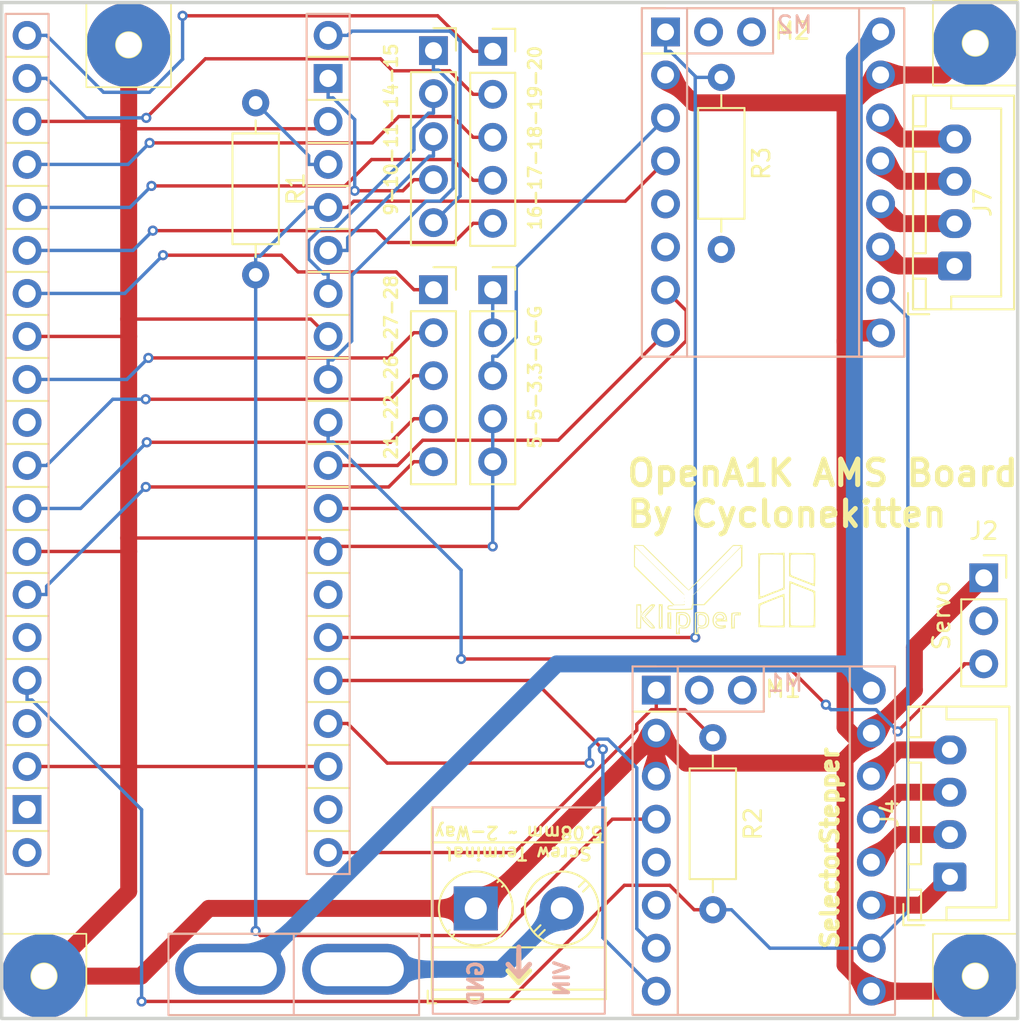
<source format=kicad_pcb>
(kicad_pcb (version 20241229) (generator "pcbnew") (generator_version "9.0")
  (layers (0 "F.Cu" signal) (2 "B.Cu" signal) (13 "F.Paste" user) (15 "B.Paste" user) (5 "F.SilkS" user "F.Silkscreen") (7 "B.SilkS" user "B.Silkscreen") (1 "F.Mask" user) (3 "B.Mask" user) (25 "Edge.Cuts" user))
  (net 0 "")
  (net 1 "GND")
  (net 2 "Net-(J1-Pin_2)")
  (net 3 "/MS_DIAG")
  (net 4 "/SelectorMotor/A2")
  (net 5 "/SelectorMotor/A1")
  (net 6 "/SelectorMotor/B1")
  (net 7 "/SelectorMotor/B2")
  (net 8 "/M_UART")
  (net 9 "/UART_RX")
  (net 10 "/MD_DIAG")
  (net 11 "+3V3")
  (net 12 "/DriveMotor/B2")
  (net 13 "/DriveMotor/A2")
  (net 14 "/DriveMotor/A1")
  (net 15 "/DriveMotor/B1")
  (net 16 "/MS_DIR")
  (net 17 "/MS_EN")
  (net 18 "/MS_STEP")
  (net 19 "/MD_DIR")
  (net 20 "/MD_STEP")
  (net 21 "/MD_EN")
  (net 22 "/G16")
  (net 23 "/G28")
  (net 24 "/G17")
  (net 25 "/G10")
  (net 26 "/G14")
  (net 27 "/G21")
  (net 28 "/G20")
  (net 29 "/G27")
  (net 30 "/G11")
  (net 31 "/G26")
  (net 32 "/G18")
  (net 33 "/G15")
  (net 34 "/G22")
  (net 35 "/G9")
  (net 36 "/G19")
  (net 39 "/SV_SIG")
  (net 41 "/M_VBUS")
  (net 44 "/5V")
  (net 48 "/3V3")
  (footprint "Connector_PinSocket_2.54mm:PinSocket_1x05_P2.54mm_Vertical" (layer "F.Cu") (at 129 51.96)
    (property "Reference" "J8" (hide yes))
    (property "Value" "5-5-3.3-G-G")
  )
  (footprint "OpenA1K:TMC2209 Footprint" (layer "F.Cu") (at 138.66 75.61)
    (property "Reference" "M1")
    (property "Value" "StepperMotor" (hide yes))
  )
  (footprint "Connector_JST:JST_XH_B4B-XH-A_1x04_P2.50mm_Vertical" (layer "F.Cu") (at 156.2789 50.5584 90)
    (property "Reference" "J7")
    (property "Value" "Conn_01x04" (hide yes))
  )
  (footprint "Resistor_THT:R_Axial_DIN0207_L6.3mm_D2.5mm_P10.16mm_Horizontal" (layer "F.Cu") (at 142.5 39.42 -90)
    (property "Reference" "R3")
    (property "Value" "10kΩ")
  )
  (footprint "OpenA1K:1x2 Terminal Block" (layer "F.Cu") (at 128 88.5)
    (property "Reference" "J1" (hide yes))
    (property "Value" "Screw_Terminal_01x02" (hide yes))
  )
  (footprint "OpenA1K:Mountinghole_m1.5" (layer "F.Cu") (at 157.5 37.4)
    (property "Reference" "H1" (hide yes))
    (property "Value" "M1.5" (hide yes))
  )
  (footprint "OpenA1K:Updated ATO Mini-Blade_2Post" (layer "F.Cu") (at 117.25 92)
    (property "Reference" "F1" (hide yes))
    (property "Value" "M_ATO_FUSE")
  )
  (footprint "OpenA1K:Mountinghole_m1.5" (layer "F.Cu") (at 107.5 37.5)
    (property "Reference" "H6" (hide yes))
    (property "Value" "M1.5" (hide yes))
  )
  (footprint "OpenA1K:Socketed MCU - Pico (No Text)" (layer "F.Cu") (at 110.39 61.07 180)
    (property "Reference" "U1" (hide yes))
    (property "Value" "Pico")
  )
  (footprint "Resistor_THT:R_Axial_DIN0207_L6.3mm_D2.5mm_P10.16mm_Horizontal" (layer "F.Cu") (at 142 78.42 -90)
    (property "Reference" "R2")
    (property "Value" "10kΩ")
  )
  (footprint "OpenA1K:Mountinghole_m1.5" (layer "F.Cu") (at 102.5 92.5)
    (property "Reference" "H3" (hide yes))
    (property "Value" "M1.5" (hide yes))
  )
  (footprint "Connector_JST:JST_XH_B4B-XH-A_1x04_P2.50mm_Vertical" (layer "F.Cu") (at 156 86.64 90)
    (property "Reference" "J4")
    (property "Value" "Conn_01x04" (hide yes))
  )
  (footprint "OpenA1K:TMC2209 Footprint" (layer "F.Cu") (at 139.2076 36.7361)
    (property "Reference" "M2")
    (property "Value" "StepperMotor" (hide yes))
  )
  (footprint "OpenA1K:Mountinghole_m1.5" (layer "F.Cu") (at 157.5 92.5)
    (property "Reference" "H5" (hide yes))
    (property "Value" "M1.5" (hide yes))
  )
  (footprint "Connector_PinSocket_2.54mm:PinSocket_1x05_P2.54mm_Vertical" (layer "F.Cu") (at 125.5 37.84)
    (property "Reference" "J3" (hide yes))
    (property "Value" "9-10-11-14-15")
  )
  (footprint "Connector_PinSocket_2.54mm:PinSocket_1x03_P2.54mm_Vertical" (layer "F.Cu") (at 158 68.975)
    (property "Reference" "J2")
    (property "Value" "Servo")
  )
  (footprint "Connector_PinSocket_2.54mm:PinSocket_1x05_P2.54mm_Vertical" (layer "F.Cu") (at 125.5 51.96)
    (property "Reference" "J6" (hide yes))
    (property "Value" "21-22-26-27-28")
  )
  (footprint "Connector_PinSocket_2.54mm:PinSocket_1x05_P2.54mm_Vertical" (layer "F.Cu") (at 129 37.88)
    (property "Reference" "J5" (hide yes))
    (property "Value" "16-17-18-19-20")
  )
  (footprint "Resistor_THT:R_Axial_DIN0207_L6.3mm_D2.5mm_P10.16mm_Horizontal" (layer "F.Cu") (at 115 40.92 -90)
    (property "Reference" "R1")
    (property "Value" "1kΩ")
  )
  (gr_poly (pts (xy 139.035672 71.255529) (xy 139.035672 71.975195) (xy 138.922783 71.975195) (xy 138.809894 71.975195) (xy 138.809894 71.26964) (xy 138.866338 71.26964) (xy 138.866411 71.369017) (xy 138.866652 71.457968) (xy 138.867101 71.537047) (xy 138.867793 71.606807) (xy 138.868767 71.667803) (xy 138.870059 71.720589) (xy 138.871706 71.765718) (xy 138.872675 71.785585) (xy 138.873747 71.803745) (xy 138.874926 71.820268) (xy 138.876217 71.835224) (xy 138.877625 71.848681) (xy 138.879154 71.860708) (xy 138.880809 71.871375) (xy 138.882596 71.880751) (xy 138.884517 71.888906) (xy 138.886579 71.895908) (xy 138.888785 71.901828) (xy 138.891141 71.906733) (xy 138.893651 71.910694) (xy 138.896319 71.913779) (xy 138.89915 71.916058) (xy 138.90215 71.9176) (xy 138.905322 71.918475) (xy 138.908672 71.918751) (xy 138.915193 71.9176) (xy 138.921024 71.913779) (xy 138.926202 71.906733) (xy 138.930764 71.895908) (xy 138.934748 71.880751) (xy 138.938189 71.860708) (xy 138.943597 71.803745) (xy 138.947284 71.720589) (xy 138.94955 71.606807) (xy 138.951005 71.26964) (xy 138.950932 71.170263) (xy 138.950691 71.081312) (xy 138.950242 71.002233) (xy 138.94955 70.932472) (xy 138.948576 70.871476) (xy 138.947284 70.818691) (xy 138.945637 70.773561) (xy 138.944668 70.753695) (xy 138.943597 70.735534) (xy 138.942418 70.719011) (xy 138.941126 70.704056) (xy 138.939719 70.690599) (xy 138.938189 70.678572) (xy 138.936534 70.667904) (xy 138.934748 70.658528) (xy 138.932826 70.650373) (xy 138.930764 70.643371) (xy 138.928558 70.637452) (xy 138.926202 70.632547) (xy 138.923693 70.628586) (xy 138.921024 70.625501) (xy 138.918193 70.623222) (xy 138.915193 70.621679) (xy 138.912021 70.620805) (xy 138.908672 70.620529) (xy 138.90215 70.621679) (xy 138.896319 70.625501) (xy 138.891141 70.632547) (xy 138.886579 70.643371) (xy 138.882596 70.658528) (xy 138.879154 70.678572) (xy 138.873747 70.735534) (xy 138.870059 70.818691) (xy 138.867793 70.932472) (xy 138.866338 71.26964) (xy 138.809894 71.26964) (xy 138.809894 71.255529) (xy 138.809894 70.535862) (xy 138.922783 70.535862) (xy 139.035672 70.535862)) (stroke (width -0.000001)) (fill yes) (layer "F.SilkS"))
  (gr_poly (pts (xy 140.183699 70.99196) (xy 140.212 70.993083) (xy 140.239304 70.994905) (xy 140.26563 70.997433) (xy 140.290998 71.000674) (xy 140.315428 71.004637) (xy 140.338939 71.009329) (xy 140.361551 71.014758) (xy 140.383283 71.020932) (xy 140.404155 71.027857) (xy 140.424187 71.035544) (xy 140.443398 71.043998) (xy 140.461809 71.053227) (xy 140.479438 71.06324) (xy 140.496305 71.074045) (xy 140.512431 71.085648) (xy 140.527833 71.098058) (xy 140.542533 71.111282) (xy 140.55655 71.125328) (xy 140.569904 71.140205) (xy 140.582613 71.155919) (xy 140.594698 71.172478) (xy 140.606179 71.189891) (xy 140.617075 71.208164) (xy 140.627405 71.227306) (xy 140.637974 71.249082) (xy 140.647464 71.271505) (xy 140.655887 71.294509) (xy 140.663256 71.318031) (xy 140.669583 71.342005) (xy 140.674881 71.366368) (xy 140.679162 71.391054) (xy 140.682438 71.415998) (xy 140.684722 71.441138) (xy 140.686027 71.466406) (xy 140.686364 71.49174) (xy 140.685746 71.517075) (xy 140.684185 71.542345) (xy 140.681694 71.567487) (xy 140.673972 71.617126) (xy 140.668765 71.641494) (xy 140.662677 71.665475) (xy 140.655721 71.689004) (xy 140.64791 71.712018) (xy 140.639255 71.73445) (xy 140.62977 71.756237) (xy 140.619465 71.777314) (xy 140.608355 71.797616) (xy 140.596451 71.817079) (xy 140.583765 71.835638) (xy 140.570311 71.853229) (xy 140.5561 71.869786) (xy 140.541144 71.885247) (xy 140.525458 71.899544) (xy 140.509051 71.912616) (xy 140.491938 71.924395) (xy 140.474009 71.933918) (xy 140.453282 71.942365) (xy 140.430131 71.949721) (xy 140.404934 71.955969) (xy 140.378068 71.961093) (xy 140.349907 71.965075) (xy 140.320828 71.9679) (xy 140.291208 71.969551) (xy 140.261422 71.970011) (xy 140.231847 71.969264) (xy 140.20286 71.967294) (xy 140.174835 71.964083) (xy 140.14815 71.959615) (xy 140.123181 71.953874) (xy 140.100303 71.946844) (xy 140.079894 71.938507) (xy 140.073405 71.935853) (xy 140.067673 71.934339) (xy 140.062661 71.934116) (xy 140.060413 71.934535) (xy 140.05833 71.935331) (xy 140.056409 71.936525) (xy 140.054645 71.938134) (xy 140.051567 71.942674) (xy 140.04906 71.949098) (xy 140.047086 71.957556) (xy 140.045608 71.968198) (xy 140.044589 71.98117) (xy 140.043991 71.996624) (xy 140.043778 72.014706) (xy 140.044357 72.059355) (xy 140.046027 72.116306) (xy 140.057316 72.313862) (xy 139.941605 72.313862) (xy 139.825894 72.313862) (xy 139.825894 71.895117) (xy 139.886129 71.895117) (xy 139.886175 71.956542) (xy 139.886601 72.010179) (xy 139.887437 72.056527) (xy 139.888017 72.077124) (xy 139.888711 72.096087) (xy 139.889521 72.113478) (xy 139.890452 72.129359) (xy 139.891507 72.143793) (xy 139.892689 72.156843) (xy 139.894003 72.168571) (xy 139.895452 72.17904) (xy 139.897039 72.188312) (xy 139.898768 72.19645) (xy 139.900643 72.203515) (xy 139.902667 72.209572) (xy 139.904844 72.214682) (xy 139.907178 72.218907) (xy 139.909672 72.222311) (xy 139.91098 72.223725) (xy 139.91233 72.224956) (xy 139.913721 72.226014) (xy 139.915155 72.226905) (xy 139.916632 72.227637) (xy 139.918151 72.228219) (xy 139.921322 72.228961) (xy 139.924672 72.229195) (xy 139.930263 72.228789) (xy 139.935404 72.227536) (xy 139.940106 72.225381) (xy 139.944383 72.222272) (xy 139.948246 72.218154) (xy 139.951709 72.212973) (xy 139.954782 72.206676) (xy 139.95748 72.199209) (xy 139.959814 72.190519) (xy 139.961796 72.18055) (xy 139.963439 72.169251) (xy 139.964756 72.156567) (xy 139.965759 72.142444) (xy 139.966459 72.126829) (xy 139.966871 72.109668) (xy 139.967005 72.090907) (xy 139.967429 72.059794) (xy 139.968813 72.031976) (xy 139.971321 72.007308) (xy 139.973048 71.996111) (xy 139.975119 71.985646) (xy 139.977553 71.975897) (xy 139.980372 71.966845) (xy 139.983596 71.958472) (xy 139.987246 71.95076) (xy 139.991342 71.943691) (xy 139.995905 71.937246) (xy 140.000956 71.931408) (xy 140.006516 71.926159) (xy 140.012605 71.921481) (xy 140.019244 71.917354) (xy 140.026453 71.913762) (xy 140.034253 71.910687) (xy 140.042665 71.908109) (xy 140.05171 71.906012) (xy 140.061408 71.904376) (xy 140.07178 71.903185) (xy 140.082846 71.902419) (xy 140.094628 71.902061) (xy 140.120419 71.902496) (xy 140.149319 71.904344) (xy 140.181494 71.907462) (xy 140.206546 71.910109) (xy 140.230899 71.911701) (xy 140.254548 71.912243) (xy 140.277488 71.91174) (xy 140.299715 71.910194) (xy 140.321225 71.907611) (xy 140.342012 71.903994) (xy 140.362072 71.899348) (xy 140.3814 71.893677) (xy 140.399992 71.886985) (xy 140.417843 71.879275) (xy 140.434948 71.870553) (xy 140.451303 71.860822) (xy 140.466903 71.850086) (xy 140.481743 71.83835) (xy 140.495819 71.825618) (xy 140.509126 71.811893) (xy 140.521659 71.797181) (xy 140.533414 71.781484) (xy 140.544386 71.764808) (xy 140.554571 71.747156) (xy 140.563963 71.728532) (xy 140.572559 71.708941) (xy 140.580353 71.688387) (xy 140.587341 71.666874) (xy 140.593518 71.644406) (xy 140.59888 71.620987) (xy 140.603422 71.596621) (xy 140.607138 71.571312) (xy 140.610026 71.545066) (xy 140.613294 71.489773) (xy 140.613423 71.451537) (xy 140.612788 71.433108) (xy 140.611684 71.415133) (xy 140.610109 71.397611) (xy 140.60806 71.380539) (xy 140.605536 71.363915) (xy 140.602534 71.347736) (xy 140.599053 71.331999) (xy 140.59509 71.316702) (xy 140.590643 71.301842) (xy 140.585711 71.287416) (xy 140.580291 71.273423) (xy 140.574381 71.259859) (xy 140.567979 71.246722) (xy 140.561083 71.234009) (xy 140.553691 71.221718) (xy 140.5458 71.209846) (xy 140.53741 71.19839) (xy 140.528517 71.187349) (xy 140.51912 71.176719) (xy 140.509216 71.166497) (xy 140.498804 71.156682) (xy 140.487881 71.14727) (xy 140.476446 71.138259) (xy 140.464496 71.129647) (xy 140.452029 71.12143) (xy 140.439044 71.113607) (xy 140.425537 71.106175) (xy 140.411508 71.09913) (xy 140.396953 71.092471) (xy 140.381872 71.086195) (xy 140.361778 71.078688) (xy 140.341644 71.07204) (xy 140.321361 71.066252) (xy 140.300821 71.061324) (xy 140.279917 71.057256) (xy 140.258543 71.054048) (xy 140.236589 71.0517) (xy 140.213949 71.050212) (xy 140.190516 71.049584) (xy 140.166181 71.049815) (xy 140.140838 71.050907) (xy 140.114378 71.052858) (xy 140.086694 71.055669) (xy 140.05768 71.05934) (xy 140.027227 71.063871) (xy 139.995227 71.069262) (xy 139.896449 71.086195) (xy 139.887983 71.659107) (xy 139.887062 71.746899) (xy 139.886434 71.825403) (xy 139.886129 71.895117) (xy 139.825894 71.895117) (xy 139.825894 71.667573) (xy 139.825894 71.018462) (xy 139.919027 71.007173) (xy 139.991847 70.999444) (xy 140.060127 70.994291) (xy 140.092614 70.9927) (xy 140.124026 70.991776) (xy 140.15438 70.991526)) (stroke (width -0.000001)) (fill yes) (layer "F.SilkS"))
  (gr_poly (pts (xy 143.550526 71.017805) (xy 143.575437 71.018197) (xy 143.586417 71.01855) (xy 143.596461 71.01902) (xy 143.605604 71.019616) (xy 143.613884 71.020347) (xy 143.621334 71.021223) (xy 143.627991 71.022253) (xy 143.633891 71.023446) (xy 143.639069 71.024812) (xy 143.64356 71.02636) (xy 143.647401 71.028099) (xy 143.650627 71.030038) (xy 143.65202 71.031086) (xy 143.653274 71.032187) (xy 143.654391 71.033343) (xy 143.655377 71.034556) (xy 143.656235 71.035825) (xy 143.656972 71.037152) (xy 143.65759 71.038539) (xy 143.658094 71.039987) (xy 143.65878 71.043068) (xy 143.659065 71.046406) (xy 143.658985 71.050009) (xy 143.658575 71.053888) (xy 143.657871 71.05805) (xy 143.656908 71.062506) (xy 143.655723 71.067265) (xy 143.652827 71.077728) (xy 143.649669 71.091818) (xy 143.646609 71.106304) (xy 143.643749 71.12079) (xy 143.641185 71.134879) (xy 143.639019 71.148174) (xy 143.637349 71.160279) (xy 143.636274 71.170796) (xy 143.635991 71.175335) (xy 143.635894 71.179329) (xy 143.635559 71.18386) (xy 143.634543 71.187928) (xy 143.633773 71.189788) (xy 143.632824 71.191533) (xy 143.631694 71.193161) (xy 143.630381 71.194674) (xy 143.628882 71.196072) (xy 143.627195 71.197353) (xy 143.623243 71.199569) (xy 143.618506 71.201322) (xy 143.612963 71.202612) (xy 143.606593 71.203439) (xy 143.599376 71.203802) (xy 143.59129 71.203703) (xy 143.582316 71.203141) (xy 143.572432 71.202116) (xy 143.561618 71.200627) (xy 143.549853 71.198676) (xy 143.537116 71.196262) (xy 143.526812 71.194774) (xy 143.516065 71.193484) (xy 143.493592 71.1915) (xy 143.470392 71.190309) (xy 143.447158 71.189912) (xy 143.424586 71.190309) (xy 143.403369 71.1915) (xy 143.393487 71.192392) (xy 143.384204 71.193484) (xy 143.375607 71.194774) (xy 143.367783 71.196262) (xy 143.297227 71.213195) (xy 143.297227 71.594195) (xy 143.297227 71.975195) (xy 143.184338 71.975195) (xy 143.07145 71.975195) (xy 143.077094 71.517995) (xy 143.077146 71.515173) (xy 143.156116 71.515173) (xy 143.156218 71.571359) (xy 143.156535 71.622555) (xy 143.157083 71.668931) (xy 143.15788 71.710656) (xy 143.158941 71.7479) (xy 143.160283 71.780831) (xy 143.161923 71.809621) (xy 143.163877 71.834437) (xy 143.166162 71.85545) (xy 143.167433 71.864583) (xy 143.168794 71.872829) (xy 143.170245 71.880209) (xy 143.17179 71.886744) (xy 143.173429 71.892455) (xy 143.175166 71.897364) (xy 143.177002 71.901491) (xy 143.178939 71.904858) (xy 143.18098 71.907486) (xy 143.183126 71.909397) (xy 143.185379 71.91061) (xy 143.187742 71.911149) (xy 143.190217 71.911033) (xy 143.192805 71.910284) (xy 143.204932 71.905913) (xy 143.209871 71.902725) (xy 143.214148 71.898069) (xy 143.21783 71.891346) (xy 143.220983 71.881957) (xy 143.223673 71.869302) (xy 143.225966 71.852781) (xy 143.229626 71.805746) (xy 143.232493 71.736056) (xy 143.237961 71.509529) (xy 143.239314 71.448353) (xy 143.241378 71.393713) (xy 143.244336 71.345266) (xy 143.246206 71.323258) (xy 143.248368 71.302669) (xy 143.250844 71.283457) (xy 143.253657 71.265578) (xy 143.256829 71.248991) (xy 143.260384 71.233651) (xy 143.264344 71.219517) (xy 143.268732 71.206544) (xy 143.273571 71.194691) (xy 143.278883 71.183915) (xy 143.284691 71.174172) (xy 143.291018 71.16542) (xy 143.297886 71.157615) (xy 143.305319 71.150715) (xy 143.313339 71.144677) (xy 143.321969 71.139459) (xy 143.331231 71.135016) (xy 143.341148 71.131307) (xy 143.351743 71.128288) (xy 143.36304 71.125917) (xy 143.375059 71.12415) (xy 143.387825 71.122945) (xy 143.40136 71.122259) (xy 143.415686 71.122049) (xy 143.446805 71.122884) (xy 143.462419 71.123809) (xy 143.476471 71.124461) (xy 143.488985 71.124831) (xy 143.494673 71.124909) (xy 143.499986 71.124913) (xy 143.504927 71.124842) (xy 143.509499 71.124696) (xy 143.513705 71.124474) (xy 143.517548 71.124174) (xy 143.521031 71.123796) (xy 143.524158 71.123338) (xy 143.526932 71.122799) (xy 143.529355 71.122179) (xy 143.531431 71.121476) (xy 143.533163 71.120689) (xy 143.5339 71.120264) (xy 143.534553 71.119818) (xy 143.535122 71.11935) (xy 143.535606 71.11886) (xy 143.536006 71.118349) (xy 143.536324 71.117816) (xy 143.536558 71.117262) (xy 143.53671 71.116685) (xy 143.536779 71.116085) (xy 143.536767 71.115464) (xy 143.536673 71.11482) (xy 143.536499 71.114153) (xy 143.536244 71.113464) (xy 143.535908 71.112751) (xy 143.534998 71.111258) (xy 143.533772 71.109671) (xy 143.532232 71.107991) (xy 143.530383 71.106215) (xy 143.528226 71.104343) (xy 143.525766 71.102374) (xy 143.523005 71.100307) (xy 143.513939 71.095313) (xy 143.502737 71.090914) (xy 143.489574 71.08711) (xy 143.47463 71.083902) (xy 143.458082 71.08129) (xy 143.440108 71.079272) (xy 143.420885 71.07785) (xy 143.400591 71.077023) (xy 143.379404 71.076792) (xy 143.357503 71.077155) (xy 143.335063 71.078115) (xy 143.312264 71.079669) (xy 143.289284 71.081819) (xy 143.266299 71.084564) (xy 143.243487 71.087904) (xy 143.221027 71.09184) (xy 143.199601 71.096718) (xy 143.190933 71.100515) (xy 143.1835 71.105995) (xy 143.177209 71.11374) (xy 143.171963 71.124334) (xy 143.167669 71.138359) (xy 143.16423 71.156398) (xy 143.161551 71.179034) (xy 143.159539 71.206851) (xy 143.15713 71.280355) (xy 143.156243 71.381575) (xy 143.156116 71.515173) (xy 143.077146 71.515173) (xy 143.08556 71.060795) (xy 143.156116 71.04104) (xy 143.174979 71.036944) (xy 143.201183 71.033146) (xy 143.233606 71.029679) (xy 143.271122 71.026576) (xy 143.312606 71.023869) (xy 143.356935 71.021593) (xy 143.402983 71.019779) (xy 143.449627 71.018462) (xy 143.487907 71.018011) (xy 143.521445 71.017768)) (stroke (width -0.000001)) (fill yes) (layer "F.SilkS"))
  (gr_poly (pts (xy 140.31754 70.145713) (xy 140.317917 70.145751) (xy 140.318296 70.145826) (xy 140.318679 70.145939) (xy 140.319064 70.14609) (xy 140.319452 70.146279) (xy 140.320233 70.146775) (xy 140.32102 70.147428) (xy 140.321811 70.148241) (xy 140.322605 70.149217) (xy 140.324125 70.150998) (xy 140.325504 70.153142) (xy 140.326735 70.155617) (xy 140.327808 70.15839) (xy 140.328716 70.161427) (xy 140.329451 70.164696) (xy 140.330004 70.168163) (xy 140.330366 70.171795) (xy 140.33053 70.17556) (xy 140.330487 70.179424) (xy 140.33023 70.183354) (xy 140.329749 70.187318) (xy 140.329036 70.191281) (xy 140.328084 70.195211) (xy 140.326884 70.199075) (xy 140.325427 70.20284) (xy 140.323842 70.206711) (xy 140.322269 70.209868) (xy 140.321491 70.211182) (xy 140.320721 70.212321) (xy 140.31996 70.213289) (xy 140.319209 70.214085) (xy 140.318472 70.214711) (xy 140.317748 70.21517) (xy 140.31704 70.215462) (xy 140.316349 70.215589) (xy 140.315676 70.215554) (xy 140.315024 70.215356) (xy 140.314393 70.214998) (xy 140.313785 70.214481) (xy 140.313203 70.213808) (xy 140.312646 70.212979) (xy 140.312118 70.211996) (xy 140.311619 70.21086) (xy 140.310716 70.208138) (xy 140.309949 70.204824) (xy 140.309331 70.200932) (xy 140.308874 70.196473) (xy 140.308591 70.191461) (xy 140.308494 70.185907) (xy 140.308262 70.183038) (xy 140.308094 70.180255) (xy 140.307988 70.177559) (xy 140.307942 70.174954) (xy 140.307955 70.172442) (xy 140.308022 70.170025) (xy 140.308144 70.167707) (xy 140.308317 70.165489) (xy 140.30854 70.163375) (xy 140.308811 70.161367) (xy 140.309127 70.159467) (xy 140.309486 70.157679) (xy 140.309887 70.156004) (xy 140.310326 70.154445) (xy 140.310804 70.153005) (xy 140.311316 70.151687) (xy 140.311861 70.150493) (xy 140.312438 70.149425) (xy 140.313043 70.148486) (xy 140.313675 70.14768) (xy 140.314332 70.147007) (xy 140.315012 70.146472) (xy 140.315712 70.146076) (xy 140.316069 70.145931) (xy 140.316431 70.145822) (xy 140.316797 70.145749) (xy 140.317167 70.145713)) (stroke (width -0.000001)) (fill yes) (layer "F.SilkS"))
  (gr_poly (pts (xy 147.276111 67.508466) (xy 148.052222 67.516933) (xy 148.052222 68.504711) (xy 148.051709 68.7107) (xy 148.050238 68.899028) (xy 148.047906 69.066587) (xy 148.044814 69.210266) (xy 148.04106 69.326959) (xy 148.036744 69.413555) (xy 148.034406 69.444595) (xy 148.031965 69.466945) (xy 148.029433 69.480217) (xy 148.028137 69.483327) (xy 148.026822 69.484022) (xy 147.250711 69.179222) (xy 146.5 68.882889) (xy 146.5 68.230955) (xy 146.584667 68.230955) (xy 146.584893 68.394727) (xy 146.58528 68.462364) (xy 146.585945 68.521424) (xy 146.586958 68.572595) (xy 146.588387 68.616569) (xy 146.589281 68.636072) (xy 146.590305 68.654036) (xy 146.591469 68.670545) (xy 146.592781 68.685686) (xy 146.59425 68.699545) (xy 146.595885 68.712209) (xy 146.597694 68.723765) (xy 146.599687 68.734297) (xy 146.601873 68.743894) (xy 146.604259 68.75264) (xy 146.606855 68.760622) (xy 146.60967 68.767927) (xy 146.612712 68.774641) (xy 146.61599 68.78085) (xy 146.619513 68.78664) (xy 146.62329 68.792098) (xy 146.62733 68.79731) (xy 146.631641 68.802362) (xy 146.636232 68.807341) (xy 146.641111 68.812333) (xy 146.647488 68.818483) (xy 146.653894 68.824223) (xy 146.660291 68.829541) (xy 146.666643 68.834426) (xy 146.672913 68.838864) (xy 146.679062 68.842843) (xy 146.685055 68.846351) (xy 146.690853 68.849375) (xy 146.696419 68.851903) (xy 146.701717 68.853922) (xy 146.704254 68.854737) (xy 146.706709 68.855421) (xy 146.709079 68.855971) (xy 146.711358 68.856386) (xy 146.713542 68.856665) (xy 146.715626 68.856806) (xy 146.717606 68.856807) (xy 146.719477 68.856667) (xy 146.721235 68.856385) (xy 146.722874 68.855958) (xy 146.724389 68.855386) (xy 146.725778 68.854666) (xy 146.727348 68.853665) (xy 146.728885 68.852778) (xy 146.730387 68.852001) (xy 146.731852 68.851331) (xy 146.73328 68.850768) (xy 146.73467 68.850307) (xy 146.736021 68.849946) (xy 146.737331 68.849683) (xy 146.7386 68.849515) (xy 146.739827 68.84944) (xy 146.74101 68.849455) (xy 146.742149 68.849556) (xy 146.743242 68.849743) (xy 146.744289 68.850012) (xy 146.745288 68.85036) (xy 146.746239 68.850786) (xy 146.74714 68.851285) (xy 146.74799 68.851857) (xy 146.748789 68.852498) (xy 146.749535 68.853205) (xy 146.750227 68.853977) (xy 146.750865 68.85481) (xy 146.751447 68.855702) (xy 146.751972 68.856651) (xy 146.752439 68.857653) (xy 146.752847 68.858706) (xy 146.753195 68.859808) (xy 146.753482 68.860956) (xy 146.753707 68.862147) (xy 146.753869 68.863379) (xy 146.753967 68.864649) (xy 146.754 68.865955) (xy 146.754033 68.867534) (xy 146.754131 68.869094) (xy 146.754293 68.870634) (xy 146.754518 68.872151) (xy 146.754805 68.873643) (xy 146.755153 68.875108) (xy 146.755562 68.876544) (xy 146.756029 68.87795) (xy 146.756553 68.879322) (xy 146.757135 68.880659) (xy 146.757773 68.881959) (xy 146.758465 68.883219) (xy 146.759211 68.884438) (xy 146.76001 68.885614) (xy 146.76086 68.886745) (xy 146.761761 68.887827) (xy 146.762712 68.888861) (xy 146.763711 68.889842) (xy 146.764758 68.89077) (xy 146.765851 68.891642) (xy 146.76699 68.892456) (xy 146.768173 68.89321) (xy 146.7694 68.893902) (xy 146.770669 68.89453) (xy 146.771979 68.895092) (xy 146.77333 68.895586) (xy 146.77472 68.896009) (xy 146.776148 68.89636) (xy 146.777613 68.896637) (xy 146.779115 68.896837) (xy 146.780651 68.896959) (xy 146.782222 68.897) (xy 146.794784 68.899943) (xy 146.820807 68.908377) (xy 146.906753 68.939333) (xy 147.027094 68.985106) (xy 147.168867 69.040933) (xy 147.312271 69.097245) (xy 147.43345 69.144297) (xy 147.519704 69.177061) (xy 147.545766 69.186514) (xy 147.558333 69.190511) (xy 147.566712 69.192589) (xy 147.578795 69.196552) (xy 147.594052 69.202169) (xy 147.611956 69.209208) (xy 147.631976 69.217438) (xy 147.653583 69.226626) (xy 147.699444 69.246955) (xy 147.711302 69.252177) (xy 147.723533 69.257246) (xy 147.736044 69.262142) (xy 147.748745 69.266843) (xy 147.774355 69.27558) (xy 147.799633 69.283291) (xy 147.823854 69.289812) (xy 147.846288 69.294977) (xy 147.856608 69.296999) (xy 147.866209 69.298621) (xy 147.875 69.29982) (xy 147.882889 69.300577) (xy 147.953444 69.306222) (xy 147.961911 68.496244) (xy 147.963455 68.25867) (xy 147.963747 68.158975) (xy 147.963675 68.070971) (xy 147.963207 67.99388) (xy 147.962308 67.926927) (xy 147.960947 67.869333) (xy 147.959089 67.820322) (xy 147.956702 67.779116) (xy 147.953753 67.744938) (xy 147.952058 67.730241) (xy 147.950209 67.71701) (xy 147.948203 67.705148) (xy 147.946036 67.694557) (xy 147.943704 67.685139) (xy 147.941202 67.676799) (xy 147.938527 67.669439) (xy 147.935673 67.662961) (xy 147.932638 67.657268) (xy 147.929417 67.652264) (xy 147.926006 67.647852) (xy 147.9224 67.643933) (xy 147.914705 67.636914) (xy 147.90502 67.630649) (xy 147.892814 67.625094) (xy 147.877553 67.620209) (xy 147.858704 67.615952) (xy 147.835733 67.612282) (xy 147.775292 67.606539) (xy 147.691965 67.602647) (xy 147.581484 67.600277) (xy 147.262 67.598777) (xy 147.158747 67.598822) (xy 147.067537 67.598998) (xy 146.98758 67.599373) (xy 146.918086 67.600012) (xy 146.858266 67.600982) (xy 146.831737 67.601612) (xy 146.80733 67.602349) (xy 146.784947 67.603202) (xy 146.764489 67.604179) (xy 146.745857 67.605289) (xy 146.728953 67.606538) (xy 146.713677 67.607937) (xy 146.699932 67.609493) (xy 146.687618 67.611214) (xy 146.676637 67.613109) (xy 146.66689 67.615186) (xy 146.658278 67.617452) (xy 146.650703 67.619918) (xy 146.647273 67.621227) (xy 146.644066 67.62259) (xy 146.641068 67.624006) (xy 146.638268 67.625477) (xy 146.635653 67.627003) (xy 146.63321 67.628587) (xy 146.630928 67.630228) (xy 146.628795 67.631929) (xy 146.624922 67.63551) (xy 146.621494 67.63934) (xy 146.618411 67.643426) (xy 146.615576 67.647776) (xy 146.612889 67.6524) (xy 146.609781 67.661098) (xy 146.606815 67.674365) (xy 146.601335 67.713827) (xy 146.596518 67.76923) (xy 146.592428 67.839019) (xy 146.589131 67.921641) (xy 146.586695 68.01554) (xy 146.584667 68.230955) (xy 146.5 68.230955) (xy 146.5 68.191444) (xy 146.5 67.5)) (stroke (width -0.000001)) (fill yes) (layer "F.SilkS"))
  (gr_poly (pts (xy 139.543672 71.503884) (xy 139.543672 71.992129) (xy 139.430783 71.980839) (xy 139.317894 71.969551) (xy 139.317894 71.492595) (xy 139.317894 71.230437) (xy 139.398239 71.230437) (xy 139.399738 71.467195) (xy 139.399799 71.621916) (xy 139.399943 71.683883) (xy 139.400223 71.736585) (xy 139.400429 71.759696) (xy 139.400686 71.780771) (xy 139.400999 71.799905) (xy 139.401375 71.81719) (xy 139.40182 71.832719) (xy 139.402338 71.846588) (xy 139.402936 71.858889) (xy 139.403619 71.869715) (xy 139.404393 71.87916) (xy 139.405264 71.887319) (xy 139.405737 71.890944) (xy 139.406237 71.894283) (xy 139.406763 71.897347) (xy 139.407318 71.900147) (xy 139.4079 71.902696) (xy 139.408512 71.905005) (xy 139.409154 71.907086) (xy 139.409826 71.90895) (xy 139.41053 71.910609) (xy 139.411265 71.912075) (xy 139.412034 71.913359) (xy 139.412835 71.914473) (xy 139.413671 71.91543) (xy 139.414541 71.91624) (xy 139.415447 71.916915) (xy 139.41639 71.917467) (xy 139.417369 71.917908) (xy 139.418386 71.918249) (xy 139.419441 71.918502) (xy 139.420536 71.918679) (xy 139.422844 71.918851) (xy 139.425318 71.918858) (xy 139.430783 71.918751) (xy 139.43389 71.91688) (xy 139.436857 71.911326) (xy 139.439675 71.902175) (xy 139.442336 71.889514) (xy 139.447154 71.854011) (xy 139.451244 71.805509) (xy 139.45454 71.744705) (xy 139.456976 71.672292) (xy 139.458487 71.588964) (xy 139.459005 71.495418) (xy 139.458487 71.401871) (xy 139.456976 71.318544) (xy 139.45454 71.24613) (xy 139.452995 71.214234) (xy 139.451244 71.185326) (xy 139.449294 71.159494) (xy 139.447154 71.136824) (xy 139.444832 71.117404) (xy 139.442336 71.101321) (xy 139.439675 71.08866) (xy 139.436857 71.079509) (xy 139.435392 71.076277) (xy 139.43389 71.073955) (xy 139.432353 71.072554) (xy 139.430783 71.072084) (xy 139.418799 71.072046) (xy 139.414052 71.072996) (xy 139.410057 71.07548) (xy 139.406757 71.080163) (xy 139.404093 71.087711) (xy 139.402008 71.09879) (xy 139.400444 71.114065) (xy 139.398647 71.159865) (xy 139.398239 71.230437) (xy 139.317894 71.230437) (xy 139.317894 71.01564) (xy 139.430783 71.01564) (xy 139.543672 71.01564)) (stroke (width -0.000001)) (fill yes) (layer "F.SilkS"))
  (gr_poly (pts (xy 140.178352 71.104347) (xy 140.20011 71.106824) (xy 140.222504 71.110669) (xy 140.245461 71.115887) (xy 140.268906 71.122482) (xy 140.292764 71.130457) (xy 140.31696 71.139817) (xy 140.338142 71.149521) (xy 140.358286 71.160591) (xy 140.377381 71.172958) (xy 140.395415 71.186549) (xy 140.412376 71.201294) (xy 140.428253 71.217121) (xy 140.443033 71.233959) (xy 140.456705 71.251736) (xy 140.469256 71.270382) (xy 140.480675 71.289824) (xy 140.49095 71.309992) (xy 140.500069 71.330814) (xy 140.50802 71.352218) (xy 140.514791 71.374135) (xy 140.52037 71.396492) (xy 140.524747 71.419217) (xy 140.527907 71.442241) (xy 140.52984 71.465491) (xy 140.530535 71.488895) (xy 140.529978 71.512384) (xy 140.528158 71.535885) (xy 140.525063 71.559327) (xy 140.520681 71.582638) (xy 140.515001 71.605749) (xy 140.50801 71.628586) (xy 140.499697 71.651079) (xy 140.49005 71.673157) (xy 140.479056 71.694748) (xy 140.466705 71.715781) (xy 140.452983 71.736184) (xy 140.43788 71.755887) (xy 140.421383 71.774817) (xy 140.402537 71.793305) (xy 140.383062 71.80961) (xy 140.3731 71.816944) (xy 140.362992 71.823732) (xy 140.352745 71.829975) (xy 140.34236 71.835672) (xy 140.331844 71.840823) (xy 140.321199 71.845428) (xy 140.310431 71.849488) (xy 140.299542 71.853002) (xy 140.288538 71.85597) (xy 140.277422 71.858393) (xy 140.266198 71.86027) (xy 140.254872 71.861601) (xy 140.243446 71.862386) (xy 140.231924 71.862626) (xy 140.220312 71.86232) (xy 140.208614 71.861469) (xy 140.196832 71.860071) (xy 140.184972 71.858128) (xy 140.161033 71.852605) (xy 140.136829 71.844899) (xy 140.112393 71.83501) (xy 140.08776 71.822939) (xy 140.062961 71.808684) (xy 139.975472 71.755062) (xy 139.969827 71.481306) (xy 139.968938 71.441353) (xy 139.968405 71.404963) (xy 139.968252 71.37193) (xy 139.968504 71.342047) (xy 139.968978 71.32335) (xy 140.055199 71.32335) (xy 140.055662 71.390345) (xy 140.057316 71.475662) (xy 140.065783 71.760706) (xy 140.158916 71.788928) (xy 140.170731 71.792112) (xy 140.182362 71.794784) (xy 140.193807 71.796947) (xy 140.205064 71.798602) (xy 140.216131 71.799751) (xy 140.227005 71.800394) (xy 140.237685 71.800535) (xy 140.248169 71.800173) (xy 140.258454 71.799312) (xy 140.268539 71.797951) (xy 140.278421 71.796094) (xy 140.288099 71.793741) (xy 140.29757 71.790894) (xy 140.306832 71.787554) (xy 140.315883 71.783723) (xy 140.324722 71.779404) (xy 140.333345 71.774596) (xy 140.341751 71.769302) (xy 140.349939 71.763523) (xy 140.357905 71.757261) (xy 140.365648 71.750518) (xy 140.373165 71.743294) (xy 140.380455 71.735592) (xy 140.387516 71.727413) (xy 140.394345 71.718758) (xy 140.400941 71.70963) (xy 140.407301 71.700029) (xy 140.413423 71.689958) (xy 140.419306 71.679417) (xy 140.424946 71.668409) (xy 140.430343 71.656934) (xy 140.435494 71.644995) (xy 140.440546 71.632408) (xy 140.445124 71.619535) (xy 140.452868 71.593054) (xy 140.458761 71.565788) (xy 140.462834 71.537971) (xy 140.465122 71.509841) (xy 140.465656 71.481632) (xy 140.464471 71.45358) (xy 140.461599 71.42592) (xy 140.457074 71.398889) (xy 140.450928 71.372723) (xy 140.443194 71.347655) (xy 140.433906 71.323923) (xy 140.423097 71.301762) (xy 140.417132 71.291345) (xy 140.410799 71.281408) (xy 140.404103 71.271982) (xy 140.397047 71.263096) (xy 140.389635 71.25478) (xy 140.381872 71.247062) (xy 140.368935 71.236255) (xy 140.354581 71.226088) (xy 140.338978 71.216608) (xy 140.322296 71.20786) (xy 140.304705 71.199888) (xy 140.286374 71.19274) (xy 140.267472 71.186459) (xy 140.248169 71.181093) (xy 140.228634 71.176685) (xy 140.209038 71.173282) (xy 140.189549 71.170929) (xy 140.170337 71.169671) (xy 140.151572 71.169555) (xy 140.133422 71.170625) (xy 140.116058 71.172927) (xy 140.099649 71.176506) (xy 140.091671 71.178936) (xy 140.084634 71.182184) (xy 140.078491 71.18654) (xy 140.073191 71.192293) (xy 140.068685 71.199733) (xy 140.064923 71.20915) (xy 140.061855 71.220831) (xy 140.059433 71.235068) (xy 140.057605 71.252148) (xy 140.056324 71.272363) (xy 140.055199 71.32335) (xy 139.968978 71.32335) (xy 139.969186 71.315108) (xy 139.970323 71.290906) (xy 139.97194 71.269233) (xy 139.974061 71.249884) (xy 139.975318 71.241016) (xy 139.976711 71.232652) (xy 139.978242 71.224765) (xy 139.979914 71.217329) (xy 139.981732 71.21032) (xy 139.983697 71.20371) (xy 139.985813 71.197475) (xy 139.988083 71.191588) (xy 139.990511 71.186023) (xy 139.993098 71.180755) (xy 139.995849 71.175757) (xy 139.998766 71.171005) (xy 140.001853 71.166472) (xy 140.005112 71.162132) (xy 140.008547 71.157959) (xy 140.01216 71.153928) (xy 140.023459 71.142949) (xy 140.036138 71.133297) (xy 140.050124 71.124975) (xy 140.065342 71.117989) (xy 140.081717 71.112343) (xy 140.099175 71.10804) (xy 140.117642 71.105085) (xy 140.137044 71.103481) (xy 140.157305 71.103234)) (stroke (width -0.000001)) (fill yes) (layer "F.SilkS"))
  (gr_poly (pts (xy 141.313205 70.995884) (xy 141.341272 70.997047) (xy 141.367351 70.998442) (xy 141.391569 71.000101) (xy 141.414055 71.002058) (xy 141.434937 71.004345) (xy 141.454344 71.006997) (xy 141.472402 71.010045) (xy 141.489241 71.013523) (xy 141.504989 71.017464) (xy 141.519773 71.021902) (xy 141.533722 71.026868) (xy 141.546964 71.032397) (xy 141.559628 71.038521) (xy 141.571841 71.045273) (xy 141.583731 71.052687) (xy 141.595427 71.060795) (xy 141.619906 71.080156) (xy 141.642567 71.100191) (xy 141.663442 71.120978) (xy 141.682563 71.142596) (xy 141.699965 71.165123) (xy 141.71568 71.188639) (xy 141.729742 71.213221) (xy 141.742183 71.238948) (xy 141.753036 71.265899) (xy 141.762335 71.294152) (xy 141.770113 71.323786) (xy 141.776402 71.35488) (xy 141.781236 71.387511) (xy 141.784648 71.421759) (xy 141.786671 71.457701) (xy 141.787338 71.495418) (xy 141.786175 71.535115) (xy 141.783722 71.572759) (xy 141.779947 71.608409) (xy 141.774815 71.642129) (xy 141.77173 71.658284) (xy 141.768294 71.67398) (xy 141.764502 71.689225) (xy 141.760351 71.704025) (xy 141.755836 71.718389) (xy 141.750953 71.732325) (xy 141.745698 71.74584) (xy 141.740066 71.758942) (xy 141.734055 71.77164) (xy 141.727658 71.783939) (xy 141.720874 71.795849) (xy 141.713696 71.807378) (xy 141.706122 71.818532) (xy 141.698146 71.82932) (xy 141.689766 71.839749) (xy 141.680976 71.849827) (xy 141.671773 71.859562) (xy 141.662152 71.868962) (xy 141.652109 71.878034) (xy 141.641641 71.886786) (xy 141.630743 71.895226) (xy 141.61941 71.903362) (xy 141.60764 71.911201) (xy 141.595427 71.918751) (xy 141.575767 71.929796) (xy 141.554036 71.939642) (xy 141.530544 71.948281) (xy 141.505601 71.955704) (xy 141.479517 71.961904) (xy 141.452602 71.966872) (xy 141.425166 71.9706) (xy 141.397519 71.973079) (xy 141.369971 71.974301) (xy 141.342833 71.974258) (xy 141.316414 71.972942) (xy 141.291024 71.970345) (xy 141.266974 71.966457) (xy 141.244573 71.961272) (xy 141.224132 71.95478) (xy 141.205961 71.946973) (xy 141.196987 71.942146) (xy 141.189071 71.93839) (xy 141.182148 71.935916) (xy 141.176151 71.934934) (xy 141.173479 71.935069) (xy 141.171014 71.935656) (xy 141.168747 71.936721) (xy 141.16667 71.938291) (xy 141.164775 71.940393) (xy 141.163054 71.943052) (xy 141.160099 71.950148) (xy 141.15774 71.959791) (xy 141.15591 71.972191) (xy 141.154543 71.98756) (xy 141.153573 72.006107) (xy 141.152559 72.053584) (xy 141.152338 72.116306) (xy 141.152338 72.313862) (xy 141.039449 72.313862) (xy 140.92656 72.313862) (xy 140.932205 71.673218) (xy 140.940077 71.074906) (xy 141.011227 71.074906) (xy 141.011227 71.653462) (xy 141.011646 71.807951) (xy 141.012195 71.874478) (xy 141.012991 71.934229) (xy 141.014052 71.987482) (xy 141.015394 72.034512) (xy 141.017034 72.075597) (xy 141.018988 72.111015) (xy 141.021273 72.141042) (xy 141.023905 72.165955) (xy 141.025357 72.17658) (xy 141.026901 72.186031) (xy 141.028541 72.194341) (xy 141.030277 72.201547) (xy 141.032113 72.207681) (xy 141.03405 72.21278) (xy 141.036091 72.216877) (xy 141.038237 72.220007) (xy 141.04049 72.222205) (xy 141.042853 72.223505) (xy 141.045328 72.223942) (xy 141.047916 72.223551) (xy 141.051585 72.221313) (xy 141.055176 72.217813) (xy 141.058675 72.213115) (xy 141.062071 72.207279) (xy 141.065352 72.200369) (xy 141.068504 72.192446) (xy 141.071516 72.183572) (xy 141.074374 72.173809) (xy 141.077068 72.16322) (xy 141.079583 72.151865) (xy 141.081909 72.139808) (xy 141.084032 72.12711) (xy 141.08594 72.113833) (xy 141.08762 72.10004) (xy 141.090249 72.071151) (xy 141.092608 72.040381) (xy 141.095491 72.012579) (xy 141.097149 71.999768) (xy 141.098962 71.987671) (xy 141.100937 71.976279) (xy 141.103082 71.965582) (xy 141.105404 71.955572) (xy 141.107912 71.946239) (xy 141.110614 71.937573) (xy 141.113516 71.929566) (xy 141.116627 71.922208) (xy 141.119955 71.915489) (xy 141.123507 71.909401) (xy 141.127291 71.903934) (xy 141.131315 71.899079) (xy 141.135586 71.894827) (xy 141.140113 71.891168) (xy 141.144902 71.888092) (xy 141.149963 71.885592) (xy 141.155302 71.883657) (xy 141.160927 71.882277) (xy 141.166846 71.881445) (xy 141.173067 71.88115) (xy 141.179598 71.881383) (xy 141.186446 71.882135) (xy 141.193619 71.883396) (xy 141.201125 71.885158) (xy 141.208971 71.88741) (xy 141.217166 71.890144) (xy 141.225716 71.893351) (xy 141.242751 71.899265) (xy 141.259967 71.904316) (xy 141.277328 71.908517) (xy 141.2948 71.911883) (xy 141.312349 71.914425) (xy 141.329939 71.916159) (xy 141.347537 71.917096) (xy 141.365107 71.917252) (xy 141.382616 71.916638) (xy 141.400028 71.915269) (xy 141.417308 71.913157) (xy 141.434423 71.910317) (xy 141.451337 71.906762) (xy 141.468016 71.902505) (xy 141.484425 71.89756) (xy 141.50053 71.89194) (xy 141.516296 71.885658) (xy 141.531688 71.878728) (xy 141.546672 71.871164) (xy 141.561213 71.862979) (xy 141.575277 71.854186) (xy 141.588828 71.844798) (xy 141.601833 71.83483) (xy 141.614257 71.824295) (xy 141.626064 71.813205) (xy 141.637221 71.801575) (xy 141.647693 71.789418) (xy 141.657444 71.776747) (xy 141.666442 71.763576) (xy 141.67465 71.749918) (xy 141.682034 71.735786) (xy 141.688561 71.721195) (xy 141.696898 71.698351) (xy 141.703928 71.672451) (xy 141.709669 71.643947) (xy 141.714137 71.613289) (xy 141.717348 71.580928) (xy 141.719318 71.547314) (xy 141.720065 71.512899) (xy 141.719605 71.478131) (xy 141.717954 71.443463) (xy 141.715129 71.409345) (xy 141.711147 71.376228) (xy 141.706023 71.344561) (xy 141.699775 71.314796) (xy 141.692419 71.287383) (xy 141.683972 71.262774) (xy 141.674449 71.241417) (xy 141.669766 71.232797) (xy 141.664235 71.223916) (xy 141.657936 71.214845) (xy 141.650946 71.205655) (xy 141.643344 71.196414) (xy 141.635208 71.187194) (xy 141.626618 71.178066) (xy 141.617652 71.169098) (xy 141.608388 71.160362) (xy 141.598905 71.151928) (xy 141.589282 71.143865) (xy 141.579596 71.136246) (xy 141.569927 71.129138) (xy 141.560353 71.122614) (xy 141.550953 71.116743) (xy 141.541805 71.111595) (xy 141.523432 71.103398) (xy 141.502376 71.095759) (xy 141.478931 71.088707) (xy 141.45339 71.082271) (xy 141.426046 71.076479) (xy 141.397194 71.071362) (xy 141.367126 71.066948) (xy 141.336136 71.063265) (xy 141.304517 71.060343) (xy 141.272564 71.05821) (xy 141.240569 71.056896) (xy 141.208827 71.05643) (xy 141.17763 71.05684) (xy 141.147273 71.058155) (xy 141.118048 71.060405) (xy 141.090249 71.063617) (xy 141.011227 71.074906) (xy 140.940077 71.074906) (xy 140.940671 71.029751) (xy 141.025338 71.009995) (xy 141.046852 71.006032) (xy 141.074683 71.002631) (xy 141.107739 70.999825) (xy 141.14493 70.997648) (xy 141.185163 70.996132) (xy 141.227347 70.995311) (xy 141.270392 70.995217)) (stroke (width -0.000001)) (fill yes) (layer "F.SilkS"))
  (gr_poly (pts (xy 146.228327 69.920498) (xy 146.230335 69.935236) (xy 146.234094 69.992816) (xy 146.240356 70.205805) (xy 146.244501 70.521453) (xy 146.246 70.906422) (xy 146.246 71.902667) (xy 145.469889 71.897022) (xy 144.690956 71.891378) (xy 144.690956 71.205578) (xy 144.690956 71.197111) (xy 144.776681 71.197111) (xy 144.778726 71.399341) (xy 144.785368 71.577758) (xy 144.790402 71.650761) (xy 144.796574 71.70908) (xy 144.803878 71.749803) (xy 144.807954 71.762658) (xy 144.812311 71.770022) (xy 144.831415 71.77663) (xy 144.872934 71.782672) (xy 145.011013 71.792908) (xy 145.202142 71.800433) (xy 145.421911 71.804947) (xy 145.645914 71.806154) (xy 145.849742 71.803756) (xy 146.008989 71.797456) (xy 146.064266 71.792749) (xy 146.099245 71.786955) (xy 146.161333 71.770022) (xy 146.161333 70.926177) (xy 146.161874 70.612933) (xy 146.161817 70.489044) (xy 146.160892 70.385016) (xy 146.158612 70.299377) (xy 146.156811 70.262993) (xy 146.154487 70.230654) (xy 146.151581 70.202177) (xy 146.148031 70.177376) (xy 146.143776 70.156069) (xy 146.138756 70.138072) (xy 146.132908 70.1232) (xy 146.126173 70.111269) (xy 146.122453 70.106349) (xy 146.118489 70.102096) (xy 146.114272 70.098486) (xy 146.109795 70.095496) (xy 146.10505 70.093104) (xy 146.10003 70.091286) (xy 146.094727 70.090019) (xy 146.089134 70.089281) (xy 146.077045 70.089298) (xy 146.063702 70.091152) (xy 146.049045 70.094661) (xy 146.033012 70.099638) (xy 145.996575 70.113267) (xy 145.904511 70.150066) (xy 145.639156 70.252146) (xy 145.416796 70.339111) (xy 145.234388 70.412252) (xy 145.157215 70.444041) (xy 145.088889 70.472858) (xy 145.02903 70.498864) (xy 144.977257 70.522219) (xy 144.93319 70.543086) (xy 144.896449 70.561626) (xy 144.866653 70.577999) (xy 144.843422 70.592367) (xy 144.826375 70.604891) (xy 144.820053 70.610512) (xy 144.815133 70.615733) (xy 144.81052 70.624122) (xy 144.806203 70.637936) (xy 144.798459 70.680379) (xy 144.791898 70.740153) (xy 144.786514 70.814347) (xy 144.779266 70.994352) (xy 144.776681 71.197111) (xy 144.690956 71.197111) (xy 144.690956 70.519778) (xy 145.1792 70.327866) (xy 145.602886 70.161355) (xy 145.935556 70.028711) (xy 145.989602 70.006149) (xy 146.040904 69.985275) (xy 146.088303 69.966451) (xy 146.130642 69.950041) (xy 146.166763 69.93641) (xy 146.195509 69.92592) (xy 146.215722 69.918936) (xy 146.226245 69.915822)) (stroke (width -0.000001)) (fill yes) (layer "F.SilkS"))
  (gr_poly (pts (xy 146.536689 69.159467) (xy 146.777283 69.256127) (xy 147.309978 69.467089) (xy 148.052222 69.757777) (xy 148.052222 70.830222) (xy 148.052222 71.902667) (xy 147.276111 71.902667) (xy 146.5 71.902667) (xy 146.5 70.548) (xy 146.584667 70.548) (xy 146.58508 70.853896) (xy 146.586386 71.109225) (xy 146.588685 71.317391) (xy 146.592075 71.481802) (xy 146.596656 71.605864) (xy 146.599423 71.653829) (xy 146.602526 71.692984) (xy 146.605976 71.723755) (xy 146.609786 71.746568) (xy 146.613967 71.761848) (xy 146.616202 71.766797) (xy 146.618533 71.770022) (xy 146.625207 71.774588) (xy 146.635803 71.77877) (xy 146.669377 71.786029) (xy 146.720481 71.7919) (xy 146.790336 71.79648) (xy 146.880168 71.79987) (xy 146.991199 71.802169) (xy 147.281755 71.803889) (xy 147.386499 71.803844) (xy 147.479013 71.803668) (xy 147.560101 71.803293) (xy 147.630565 71.802654) (xy 147.691205 71.801684) (xy 147.718093 71.801054) (xy 147.742825 71.800317) (xy 147.765503 71.799464) (xy 147.786226 71.798487) (xy 147.805096 71.797377) (xy 147.822211 71.796127) (xy 147.837673 71.794729) (xy 147.851581 71.793173) (xy 147.864036 71.791452) (xy 147.875139 71.789557) (xy 147.884989 71.78748) (xy 147.893686 71.785213) (xy 147.901331 71.782748) (xy 147.90479 71.781439) (xy 147.908024 71.780076) (xy 147.911045 71.77866) (xy 147.913866 71.777189) (xy 147.916499 71.775663) (xy 147.918956 71.774079) (xy 147.921251 71.772438) (xy 147.923395 71.770737) (xy 147.927284 71.767156) (xy 147.930721 71.763326) (xy 147.933809 71.75924) (xy 147.936646 71.75489) (xy 147.939333 71.750267) (xy 147.945408 71.721884) (xy 147.950887 71.665027) (xy 147.955705 71.58085) (xy 147.959795 71.470514) (xy 147.965527 71.175988) (xy 147.967556 70.790711) (xy 147.967434 70.494929) (xy 147.967146 70.374761) (xy 147.966586 70.271246) (xy 147.966174 70.225304) (xy 147.965661 70.18301) (xy 147.965034 70.144193) (xy 147.964281 70.108681) (xy 147.963393 70.076303) (xy 147.962356 70.046887) (xy 147.961161 70.020262) (xy 147.959795 69.996255) (xy 147.958246 69.974696) (xy 147.956505 69.955413) (xy 147.954559 69.938234) (xy 147.952397 69.922988) (xy 147.950008 69.909503) (xy 147.948724 69.903367) (xy 147.94738 69.897607) (xy 147.945973 69.892202) (xy 147.944502 69.88713) (xy 147.942965 69.882369) (xy 147.941362 69.877898) (xy 147.93969 69.873697) (xy 147.937949 69.869742) (xy 147.936137 69.866013) (xy 147.934253 69.862489) (xy 147.932294 69.859148) (xy 147.93026 69.855968) (xy 147.925961 69.850007) (xy 147.921343 69.844434) (xy 147.916396 69.839079) (xy 147.911108 69.833769) (xy 147.905467 69.828333) (xy 147.899058 69.822583) (xy 147.892563 69.816995) (xy 147.886026 69.811596) (xy 147.879493 69.806417) (xy 147.87301 69.801485) (xy 147.866623 69.796831) (xy 147.860375 69.792483) (xy 147.854314 69.788469) (xy 147.848484 69.784819) (xy 147.842931 69.781562) (xy 147.837701 69.778727) (xy 147.832838 69.776342) (xy 147.828389 69.774437) (xy 147.824399 69.77304) (xy 147.820914 69.772181) (xy 147.819374 69.771962) (xy 147.817978 69.771888) (xy 147.814912 69.771693) (xy 147.811043 69.771117) (xy 147.801133 69.76889) (xy 147.788708 69.76534) (xy 147.774233 69.7606) (xy 147.758171 69.754801) (xy 147.740984 69.748076) (xy 147.723136 69.740557) (xy 147.705089 69.732377) (xy 147.650717 69.709314) (xy 147.570681 69.676991) (xy 147.475298 69.639905) (xy 147.374889 69.602555) (xy 147.135706 69.51048) (xy 147.009764 69.460871) (xy 146.900755 69.416289) (xy 146.817064 69.382571) (xy 146.782555 69.368868) (xy 146.752457 69.357154) (xy 146.738949 69.352016) (xy 146.72641 69.347342) (xy 146.714793 69.343122) (xy 146.704054 69.339344) (xy 146.694149 69.335999) (xy 146.685031 69.333075) (xy 146.676657 69.330561) (xy 146.668981 69.328447) (xy 146.661957 69.326721) (xy 146.655543 69.325373) (xy 146.649691 69.324392) (xy 146.644358 69.323767) (xy 146.639498 69.323487) (xy 146.635066 69.323542) (xy 146.631018 69.32392) (xy 146.627309 69.32461) (xy 146.623893 69.325603) (xy 146.620725 69.326886) (xy 146.617761 69.32845) (xy 146.614956 69.330282) (xy 146.612265 69.332373) (xy 146.609642 69.334712) (xy 146.607043 69.337287) (xy 146.604422 69.340088) (xy 146.600332 69.367567) (xy 146.596573 69.440322) (xy 146.590311 69.701686) (xy 146.586166 70.084229) (xy 146.584667 70.548) (xy 146.5 70.548) (xy 146.5 70.5226) (xy 146.500419 70.149984) (xy 146.501764 69.847251) (xy 146.504167 69.608349) (xy 146.505807 69.510943) (xy 146.507761 69.427225) (xy 146.510046 69.356438) (xy 146.512678 69.297827) (xy 146.515674 69.250634) (xy 146.51905 69.214103) (xy 146.522823 69.187477) (xy 146.524864 69.177642) (xy 146.52701 69.17) (xy 146.529263 69.164456) (xy 146.531626 69.160915) (xy 146.534101 69.159284)) (stroke (width -0.000001)) (fill yes) (layer "F.SilkS"))
  (gr_poly (pts (xy 146.244236 67.804447) (xy 146.246 68.563977) (xy 146.246 69.644889) (xy 145.997644 69.740844) (xy 145.227178 70.042822) (xy 145.02314 70.124269) (xy 144.854292 70.190636) (xy 144.737831 70.235306) (xy 144.70462 70.247438) (xy 144.690956 70.251666) (xy 144.68681 70.14429) (xy 144.683194 69.851969) (xy 144.679667 68.891355) (xy 144.679667 68.882889) (xy 144.778444 68.882889) (xy 144.778748 69.208166) (xy 144.779811 69.470572) (xy 144.781868 69.676291) (xy 144.78334 69.759826) (xy 144.785147 69.831508) (xy 144.787318 69.892111) (xy 144.789882 69.942407) (xy 144.792868 69.98317) (xy 144.796304 70.015173) (xy 144.80022 70.039189) (xy 144.802366 70.048443) (xy 144.804644 70.05599) (xy 144.807056 70.061928) (xy 144.809605 70.066351) (xy 144.812297 70.069358) (xy 144.815133 70.071044) (xy 144.823417 70.072284) (xy 144.835363 70.071832) (xy 144.850666 70.069785) (xy 144.86902 70.066237) (xy 144.913658 70.05502) (xy 144.966828 70.038941) (xy 145.026084 70.018761) (xy 145.088977 69.995241) (xy 145.153061 69.969141) (xy 145.215889 69.941222) (xy 145.290292 69.908166) (xy 145.377726 69.872033) (xy 145.471377 69.835306) (xy 145.564433 69.800464) (xy 145.650081 69.769987) (xy 145.721508 69.746356) (xy 145.749759 69.737883) (xy 145.7719 69.732052) (xy 145.787079 69.729173) (xy 145.791792 69.728937) (xy 145.794444 69.729555) (xy 145.795543 69.730291) (xy 145.796721 69.730913) (xy 145.797973 69.731423) (xy 145.799295 69.731821) (xy 145.800684 69.732109) (xy 145.802134 69.73229) (xy 145.803642 69.732364) (xy 145.805204 69.732333) (xy 145.806816 69.732199) (xy 145.808473 69.731963) (xy 145.810171 69.731627) (xy 145.811907 69.731192) (xy 145.815473 69.730033) (xy 145.819139 69.728497) (xy 145.822871 69.726597) (xy 145.826636 69.724346) (xy 145.8304 69.721756) (xy 145.834132 69.71884) (xy 145.837798 69.715609) (xy 145.841364 69.712076) (xy 145.844798 69.708254) (xy 145.848067 69.704155) (xy 145.852093 69.699893) (xy 145.856732 69.695589) (xy 145.861933 69.691269) (xy 145.867646 69.686957) (xy 145.873822 69.682678) (xy 145.880412 69.678458) (xy 145.887366 69.674319) (xy 145.894633 69.670289) (xy 145.902166 69.66639) (xy 145.909913 69.662649) (xy 145.917826 69.659089) (xy 145.925854 69.655736) (xy 145.933949 69.652615) (xy 145.94206 69.64975) (xy 145.950138 69.647166) (xy 145.958133 69.644889) (xy 145.966291 69.643076) (xy 145.974846 69.640837) (xy 145.983732 69.63821) (xy 145.992882 69.635231) (xy 146.002231 69.631938) (xy 146.011712 69.628369) (xy 146.030806 69.620547) (xy 146.049635 69.612064) (xy 146.067671 69.603217) (xy 146.084384 69.594304) (xy 146.099245 69.585622) (xy 146.161333 69.546111) (xy 146.161333 68.600666) (xy 146.161289 68.441214) (xy 146.161113 68.300695) (xy 146.160738 68.17787) (xy 146.160099 68.0715) (xy 146.159129 67.980342) (xy 146.158499 67.940081) (xy 146.157762 67.903159) (xy 146.156909 67.869419) (xy 146.155931 67.838708) (xy 146.154822 67.81087) (xy 146.153572 67.78575) (xy 146.152174 67.763193) (xy 146.150618 67.743044) (xy 146.148897 67.725149) (xy 146.147002 67.709351) (xy 146.144925 67.695497) (xy 146.142658 67.68343) (xy 146.140193 67.672997) (xy 146.138883 67.668344) (xy 146.137521 67.664041) (xy 146.136105 67.660069) (xy 146.134634 67.656409) (xy 146.133107 67.65304) (xy 146.131524 67.649944) (xy 146.129882 67.647101) (xy 146.128182 67.644492) (xy 146.126422 67.642098) (xy 146.1246 67.639898) (xy 146.122717 67.637874) (xy 146.120771 67.636007) (xy 146.116685 67.632663) (xy 146.112334 67.629713) (xy 146.107711 67.627) (xy 146.098681 67.623892) (xy 146.084422 67.620925) (xy 146.040992 67.615446) (xy 145.978975 67.610628) (xy 145.899925 67.606538) (xy 145.696945 67.600806) (xy 145.444489 67.598777) (xy 145.343223 67.598822) (xy 145.253752 67.598998) (xy 145.175302 67.599373) (xy 145.107101 67.600012) (xy 145.048375 67.600982) (xy 145.022324 67.601612) (xy 144.998352 67.602349) (xy 144.976362 67.603202) (xy 144.956258 67.604179) (xy 144.937942 67.605289) (xy 144.921319 67.606538) (xy 144.906292 67.607937) (xy 144.892764 67.609493) (xy 144.880639 67.611214) (xy 144.869819 67.613109) (xy 144.860209 67.615186) (xy 144.851711 67.617452) (xy 144.844229 67.619918) (xy 144.840839 67.621227) (xy 144.837667 67.62259) (xy 144.8347 67.624006) (xy 144.831927 67.625477) (xy 144.829336 67.627003) (xy 144.826913 67.628587) (xy 144.824649 67.630228) (xy 144.822529 67.631929) (xy 144.818678 67.63551) (xy 144.815262 67.63934) (xy 144.812186 67.643426) (xy 144.809353 67.647776) (xy 144.806667 67.6524) (xy 144.800592 67.684783) (xy 144.795113 67.753779) (xy 144.786206 67.997769) (xy 144.780473 68.376697) (xy 144.778444 68.882889) (xy 144.679667 68.882889) (xy 144.679667 67.528222) (xy 145.455778 67.514111) (xy 145.757359 67.507805) (xy 146.005758 67.501763) (xy 146.175312 67.496251) (xy 146.222502 67.493776) (xy 146.235296 67.492624) (xy 146.240356 67.491533)) (stroke (width -0.000001)) (fill yes) (layer "F.SilkS"))
  (gr_poly (pts (xy 143.475027 67.036306) (xy 143.748783 67.036306) (xy 143.748783 67.671306) (xy 143.748783 68.303484) (xy 142.625538 69.446484) (xy 141.505116 70.592306) (xy 141.160805 70.592306) (xy 140.813672 70.592306) (xy 140.813672 70.699551) (xy 140.813508 70.710685) (xy 140.813027 70.72182) (xy 140.812239 70.732888) (xy 140.811158 70.743824) (xy 140.809796 70.754562) (xy 140.808165 70.765035) (xy 140.806278 70.775178) (xy 140.804147 70.784923) (xy 140.801784 70.794206) (xy 140.799202 70.802959) (xy 140.796414 70.811117) (xy 140.793431 70.818613) (xy 140.790266 70.825382) (xy 140.786932 70.831358) (xy 140.783441 70.836473) (xy 140.78164 70.838687) (xy 140.779805 70.840662) (xy 140.756388 70.849096) (xy 140.706637 70.856405) (xy 140.543179 70.86765) (xy 140.319529 70.874396) (xy 140.065783 70.876645) (xy 139.812036 70.874396) (xy 139.588386 70.86765) (xy 139.424929 70.856405) (xy 139.375178 70.849096) (xy 139.351761 70.840662) (xy 139.347916 70.836442) (xy 139.344319 70.831742) (xy 139.340971 70.826593) (xy 139.33787 70.821028) (xy 139.335017 70.815078) (xy 139.332413 70.808776) (xy 139.327948 70.795242) (xy 139.324475 70.780683) (xy 139.321995 70.765355) (xy 139.320507 70.749514) (xy 139.320011 70.733418) (xy 139.320507 70.717321) (xy 139.321995 70.70148) (xy 139.324475 70.686152) (xy 139.327948 70.671593) (xy 139.332413 70.658059) (xy 139.335017 70.651757) (xy 139.33787 70.645807) (xy 139.340971 70.640242) (xy 139.344319 70.635093) (xy 139.347916 70.630393) (xy 139.351761 70.626173) (xy 139.355943 70.622568) (xy 139.361044 70.619164) (xy 139.367005 70.615963) (xy 139.373771 70.612966) (xy 139.389482 70.607594) (xy 139.40772 70.603066) (xy 139.428025 70.599398) (xy 139.449937 70.596606) (xy 139.473 70.594707) (xy 139.496752 70.593717) (xy 139.520736 70.593654) (xy 139.544493 70.594533) (xy 139.567563 70.596372) (xy 139.589489 70.599186) (xy 139.60981 70.602992) (xy 139.628068 70.607807) (xy 139.643805 70.613647) (xy 139.650584 70.616957) (xy 139.65656 70.620529) (xy 139.661782 70.624101) (xy 139.665788 70.627413) (xy 139.668553 70.630469) (xy 139.669463 70.631902) (xy 139.670054 70.633273) (xy 139.670322 70.634581) (xy 139.670265 70.635828) (xy 139.669879 70.637014) (xy 139.669161 70.63814) (xy 139.668109 70.639206) (xy 139.666718 70.640212) (xy 139.66291 70.642048) (xy 139.657714 70.643653) (xy 139.651103 70.64503) (xy 139.643054 70.646184) (xy 139.633542 70.647119) (xy 139.622541 70.647839) (xy 139.610027 70.648348) (xy 139.595975 70.648651) (xy 139.580361 70.648751) (xy 139.555854 70.649131) (xy 139.531413 70.650206) (xy 139.507633 70.651876) (xy 139.485111 70.654043) (xy 139.46444 70.656606) (xy 139.446217 70.659467) (xy 139.438209 70.660978) (xy 139.431036 70.662526) (xy 139.424773 70.664099) (xy 139.419494 70.665684) (xy 139.413383 70.668252) (xy 139.407747 70.671174) (xy 139.402583 70.674428) (xy 139.397886 70.677987) (xy 139.393652 70.681828) (xy 139.389877 70.685925) (xy 139.386557 70.690253) (xy 139.383687 70.694788) (xy 139.381264 70.699505) (xy 139.379283 70.70438) (xy 139.37774 70.709386) (xy 139.376631 70.7145) (xy 139.375953 70.719696) (xy 139.3757 70.724951) (xy 139.375869 70.730238) (xy 139.376455 70.735534) (xy 139.377455 70.740813) (xy 139.378864 70.746051) (xy 139.380678 70.751223) (xy 139.382893 70.756304) (xy 139.385505 70.761269) (xy 139.38851 70.766093) (xy 139.391904 70.770753) (xy 139.395681 70.775222) (xy 139.39984 70.779476) (xy 139.404374 70.78349) (xy 139.409281 70.787239) (xy 139.414555 70.7907) (xy 139.420193 70.793846) (xy 139.426191 70.796653) (xy 139.432545 70.799096) (xy 139.439249 70.801151) (xy 139.471897 70.805984) (xy 139.524484 70.809921) (xy 139.677683 70.815218) (xy 139.875266 70.817274) (xy 140.093652 70.81632) (xy 140.30926 70.812589) (xy 140.498509 70.80631) (xy 140.637817 70.797717) (xy 140.681375 70.792624) (xy 140.703605 70.78704) (xy 140.709788 70.783602) (xy 140.715633 70.779648) (xy 140.72113 70.775189) (xy 140.726271 70.770239) (xy 140.731049 70.764809) (xy 140.735454 70.758911) (xy 140.739479 70.752559) (xy 140.743116 70.745765) (xy 140.746356 70.73854) (xy 140.74919 70.730899) (xy 140.751612 70.722851) (xy 140.753611 70.714412) (xy 140.755181 70.705592) (xy 140.756312 70.696403) (xy 140.756997 70.68686) (xy 140.757227 70.676973) (xy 140.757358 70.668515) (xy 140.757745 70.660111) (xy 140.758381 70.651815) (xy 140.759256 70.64368) (xy 140.760362 70.635759) (xy 140.761692 70.628108) (xy 140.763237 70.620779) (xy 140.764988 70.613826) (xy 140.766938 70.607303) (xy 140.769078 70.601263) (xy 140.7714 70.595762) (xy 140.772627 70.593229) (xy 140.773896 70.590851) (xy 140.775206 70.588634) (xy 140.776557 70.586585) (xy 140.777947 70.584711) (xy 140.779375 70.583018) (xy 140.78084 70.581514) (xy 140.782342 70.580204) (xy 140.783878 70.579095) (xy 140.785449 70.578195) (xy 140.788557 70.57521) (xy 140.791524 70.569525) (xy 140.794342 70.561285) (xy 140.797003 70.550635) (xy 140.801821 70.522682) (xy 140.805911 70.486826) (xy 140.809207 70.444222) (xy 140.811643 70.39603) (xy 140.813153 70.343405) (xy 140.813672 70.287506) (xy 140.813672 70.016573) (xy 140.841894 70.016573) (xy 140.844716 70.276218) (xy 140.847538 70.535862) (xy 141.152338 70.535862) (xy 141.457138 70.535862) (xy 142.188094 69.793617) (xy 142.81498 69.160734) (xy 143.291583 68.676017) (xy 143.664116 68.29784) (xy 143.664116 67.736218) (xy 143.663631 67.519127) (xy 143.662352 67.341459) (xy 143.660544 67.221471) (xy 143.659525 67.188811) (xy 143.659 67.180314) (xy 143.658472 67.177418) (xy 143.050283 67.78349) (xy 141.443027 69.409795) (xy 140.841894 70.016573) (xy 140.813672 70.016573) (xy 140.813672 70.013751) (xy 142.23325 68.57724) (xy 142.784156 68.017469) (xy 143.236902 67.555595) (xy 143.544128 67.239771) (xy 143.62837 67.151676) (xy 143.658472 67.118151) (xy 143.658681 67.116836) (xy 143.65826 67.11554) (xy 143.655589 67.113008) (xy 143.650578 67.110567) (xy 143.643346 67.108229) (xy 143.634015 67.106007) (xy 143.622703 67.103913) (xy 143.594619 67.100159) (xy 143.560052 67.097067) (xy 143.519962 67.094735) (xy 143.475308 67.093264) (xy 143.42705 67.092751) (xy 143.395453 67.092885) (xy 143.366228 67.093291) (xy 143.339303 67.093979) (xy 143.314602 67.094956) (xy 143.29205 67.09623) (xy 143.271574 67.097811) (xy 143.253098 67.099706) (xy 143.236549 67.101923) (xy 143.221853 67.104471) (xy 143.215176 67.105872) (xy 143.208933 67.107358) (xy 143.203117 67.108931) (xy 143.197718 67.110592) (xy 143.192725 67.112342) (xy 143.188131 67.114182) (xy 143.183925 67.116113) (xy 143.180098 67.118136) (xy 143.176641 67.120251) (xy 143.173545 67.122461) (xy 143.170801 67.124766) (xy 143.168398 67.127167) (xy 143.166329 67.129665) (xy 143.164583 67.132262) (xy 143.040091 67.269272) (xy 142.744909 67.574292) (xy 141.870947 68.458706) (xy 140.99963 69.326187) (xy 140.707755 69.610041) (xy 140.587894 69.717417) (xy 140.55594 69.703709) (xy 140.489425 69.652198) (xy 140.368868 69.544132) (xy 140.174791 69.360759) (xy 139.488153 68.693083) (xy 138.273672 67.499151) (xy 137.864449 67.095573) (xy 137.630205 67.087107) (xy 137.583798 67.085381) (xy 137.540467 67.084416) (xy 137.501171 67.084179) (xy 137.466869 67.084637) (xy 137.45189 67.085116) (xy 137.43852 67.085756) (xy 137.426877 67.086553) (xy 137.417083 67.087503) (xy 137.409256 67.088602) (xy 137.403518 67.089846) (xy 137.401469 67.090521) (xy 137.399986 67.09123) (xy 137.399086 67.091974) (xy 137.398783 67.092751) (xy 137.772066 67.470576) (xy 138.621863 68.311951) (xy 139.543098 69.216826) (xy 140.130694 69.785151) (xy 140.171026 69.824949) (xy 140.208878 69.863291) (xy 140.243357 69.899252) (xy 140.273569 69.931906) (xy 140.286796 69.946704) (xy 140.298622 69.960327) (xy 140.308934 69.972661) (xy 140.317622 69.983588) (xy 140.324573 69.992995) (xy 140.329677 70.000764) (xy 140.332821 70.006781) (xy 140.333623 70.009096) (xy 140.333894 70.010929) (xy 140.329242 70.00948) (xy 140.315593 69.999072) (xy 140.263162 69.953117) (xy 140.070722 69.772804) (xy 139.786206 69.497769) (xy 139.439249 69.155795) (xy 137.991449 67.722107) (xy 137.880716 67.612811) (xy 137.776564 67.510793) (xy 137.681341 67.418299) (xy 137.597397 67.337579) (xy 137.527078 67.270882) (xy 137.472734 67.220456) (xy 137.436712 67.188552) (xy 137.426306 67.180248) (xy 137.42136 67.177418) (xy 137.419278 67.18028) (xy 137.417265 67.188679) (xy 137.413467 67.220942) (xy 137.41 67.271923) (xy 137.406897 67.339343) (xy 137.401914 67.514364) (xy 137.398783 67.727751) (xy 137.398783 68.275262) (xy 138.109983 68.975173) (xy 138.744277 69.600648) (xy 139.272738 70.118173) (xy 139.724294 70.564084) (xy 140.01216 70.564084) (xy 140.048479 70.563952) (xy 140.082314 70.563555) (xy 140.113692 70.562894) (xy 140.142644 70.561968) (xy 140.169198 70.560777) (xy 140.193384 70.559322) (xy 140.215229 70.557602) (xy 140.234763 70.555618) (xy 140.252016 70.553369) (xy 140.267015 70.550855) (xy 140.27979 70.548077) (xy 140.285353 70.546589) (xy 140.29037 70.545034) (xy 140.294846 70.543414) (xy 140.298784 70.541727) (xy 140.302187 70.539974) (xy 140.30506 70.538155) (xy 140.307406 70.53627) (xy 140.309228 70.534318) (xy 140.31053 70.532301) (xy 140.311316 70.530217) (xy 140.312118 70.528431) (xy 140.312936 70.526779) (xy 140.31377 70.525261) (xy 140.314618 70.523878) (xy 140.315481 70.522632) (xy 140.316358 70.521523) (xy 140.317248 70.520553) (xy 140.318151 70.519722) (xy 140.319067 70.519032) (xy 140.319994 70.518484) (xy 140.320933 70.518078) (xy 140.321883 70.517815) (xy 140.322843 70.517698) (xy 140.323813 70.517726) (xy 140.324792 70.5179) (xy 140.32578 70.518223) (xy 140.326776 70.518695) (xy 140.32778 70.519316) (xy 140.328791 70.520088) (xy 140.329809 70.521012) (xy 140.330833 70.522089) (xy 140.331863 70.52332) (xy 140.332898 70.524706) (xy 140.333938 70.526249) (xy 140.334982 70.527948) (xy 140.336029 70.529805) (xy 140.33708 70.531822) (xy 140.338133 70.533999) (xy 140.340245 70.538837) (xy 140.342361 70.544328) (xy 140.344915 70.551843) (xy 140.345999 70.558544) (xy 140.345263 70.564476) (xy 140.342361 70.569684) (xy 140.336945 70.574215) (xy 140.328668 70.578112) (xy 140.317184 70.581423) (xy 140.302144 70.584192) (xy 140.283201 70.586465) (xy 140.260009 70.588288) (xy 140.199486 70.590763) (xy 140.117795 70.591981) (xy 140.01216 70.592306) (xy 139.665027 70.592306) (xy 138.505094 69.457773) (xy 137.342338 68.323239) (xy 137.342338 67.679773) (xy 137.342338 67.036306) (xy 137.618916 67.036306) (xy 137.892672 67.039128) (xy 139.233227 68.365573) (xy 140.573783 69.689195) (xy 141.886116 68.362751) (xy 143.198449 67.033484)) (stroke (width -0.000001)) (fill yes) (layer "F.SilkS"))
  (gr_poly (pts (xy 137.765672 70.747529) (xy 137.765802 70.769905) (xy 137.76619 70.791466) (xy 137.766825 70.812126) (xy 137.7677 70.831799) (xy 137.768807 70.850396) (xy 137.770136 70.867832) (xy 137.771681 70.884019) (xy 137.773433 70.89887) (xy 137.775383 70.9123) (xy 137.777523 70.924221) (xy 137.779845 70.934546) (xy 137.78234 70.943188) (xy 137.783651 70.946851) (xy 137.785001 70.950061) (xy 137.786391 70.952807) (xy 137.787819 70.955078) (xy 137.789285 70.956863) (xy 137.790786 70.958152) (xy 137.792323 70.958933) (xy 137.793894 70.959195) (xy 137.795465 70.959253) (xy 137.797001 70.959423) (xy 137.798503 70.959705) (xy 137.799968 70.960094) (xy 137.801396 70.960589) (xy 137.802786 70.961186) (xy 137.804137 70.961884) (xy 137.805447 70.962679) (xy 137.806716 70.96357) (xy 137.807943 70.964552) (xy 137.809126 70.965625) (xy 137.810265 70.966786) (xy 137.812405 70.969358) (xy 137.814355 70.972248) (xy 137.816106 70.975436) (xy 137.817651 70.978901) (xy 137.818981 70.982623) (xy 137.820088 70.98658) (xy 137.820963 70.990752) (xy 137.821598 70.995118) (xy 137.821985 70.999658) (xy 137.822116 71.004351) (xy 137.822075 71.006434) (xy 137.821953 71.00845) (xy 137.821753 71.010396) (xy 137.821477 71.012272) (xy 137.821126 71.014075) (xy 137.820702 71.015805) (xy 137.820208 71.017458) (xy 137.819647 71.019035) (xy 137.819018 71.020534) (xy 137.818326 71.021952) (xy 137.817572 71.023289) (xy 137.816758 71.024542) (xy 137.815886 71.025711) (xy 137.814958 71.026793) (xy 137.813977 71.027787) (xy 137.812944 71.028693) (xy 137.811861 71.029507) (xy 137.810731 71.030228) (xy 137.809555 71.030856) (xy 137.808336 71.031388) (xy 137.807075 71.031823) (xy 137.805775 71.032159) (xy 137.804438 71.032395) (xy 137.803066 71.032529) (xy 137.801661 71.03256) (xy 137.800224 71.032486) (xy 137.798759 71.032305) (xy 137.797267 71.032016) (xy 137.79575 71.031618) (xy 137.794211 71.031109) (xy 137.79265 71.030487) (xy 137.791072 71.029751) (xy 137.787532 71.027698) (xy 137.785885 71.027115) (xy 137.784319 71.026824) (xy 137.782834 71.026825) (xy 137.781429 71.027115) (xy 137.780103 71.027694) (xy 137.778857 71.02856) (xy 137.777689 71.029711) (xy 137.776599 71.031146) (xy 137.774651 71.034861) (xy 137.773009 71.039691) (xy 137.771669 71.045626) (xy 137.770626 71.052652) (xy 137.769877 71.060757) (xy 137.769418 71.069928) (xy 137.769243 71.080154) (xy 137.76935 71.091422) (xy 137.769734 71.103719) (xy 137.771316 71.131351) (xy 137.772515 71.14956) (xy 137.774028 71.16616) (xy 137.775905 71.181264) (xy 137.776995 71.18829) (xy 137.778195 71.194983) (xy 137.779511 71.201358) (xy 137.780948 71.207429) (xy 137.782514 71.213209) (xy 137.784214 71.218713) (xy 137.786055 71.223954) (xy 137.788043 71.228947) (xy 137.790183 71.233705) (xy 137.792483 71.238243) (xy 137.794948 71.242573) (xy 137.797584 71.246711) (xy 137.800398 71.25067) (xy 137.803397 71.254465) (xy 137.806585 71.258108) (xy 137.80997 71.261615) (xy 137.813557 71.264998) (xy 137.817354 71.268273) (xy 137.821365 71.271452) (xy 137.825597 71.27455) (xy 137.830057 71.277581) (xy 137.83475 71.280559) (xy 137.844862 71.286411) (xy 137.855983 71.292218) (xy 137.865311 71.297414) (xy 137.877298 71.30548) (xy 137.908502 71.329524) (xy 137.948107 71.362961) (xy 137.994624 71.404401) (xy 138.046565 71.452456) (xy 138.102442 71.505736) (xy 138.160766 71.562853) (xy 138.220049 71.622417) (xy 138.278429 71.682147) (xy 138.334129 71.737776) (xy 138.385794 71.788113) (xy 138.432069 71.831967) (xy 138.471596 71.868149) (xy 138.488406 71.882991) (xy 138.503021 71.895467) (xy 138.515271 71.905431) (xy 138.524987 71.912732) (xy 138.531999 71.917221) (xy 138.534438 71.918365) (xy 138.536138 71.918751) (xy 138.537059 71.918324) (xy 138.537187 71.917059) (xy 138.535135 71.912098) (xy 138.530123 71.904035) (xy 138.522292 71.893042) (xy 138.498733 71.86294) (xy 138.465583 71.823148) (xy 138.423966 71.775022) (xy 138.375007 71.719917) (xy 138.31983 71.659189) (xy 138.25956 71.594195) (xy 137.957583 71.26964) (xy 138.014027 71.19344) (xy 138.030095 71.172472) (xy 138.0542 71.144227) (xy 138.085117 71.109898) (xy 138.121624 71.070673) (xy 138.162497 71.027744) (xy 138.206512 70.982302) (xy 138.299072 70.88864) (xy 138.345357 70.842768) (xy 138.388368 70.798946) (xy 138.427213 70.758167) (xy 138.460997 70.721423) (xy 138.475712 70.704874) (xy 138.488827 70.689706) (xy 138.500231 70.676043) (xy 138.509812 70.664009) (xy 138.517458 70.653727) (xy 138.523058 70.645322) (xy 138.5265 70.638919) (xy 138.527376 70.636506) (xy 138.527672 70.63464) (xy 138.527278 70.633719) (xy 138.526109 70.633591) (xy 138.52152 70.635643) (xy 138.514054 70.640655) (xy 138.503859 70.648486) (xy 138.475879 70.672045) (xy 138.438772 70.705195) (xy 138.393726 70.746812) (xy 138.341934 70.795771) (xy 138.284586 70.850948) (xy 138.222872 70.911218) (xy 138.166746 70.966866) (xy 138.11571 71.016417) (xy 138.06956 71.05999) (xy 138.048254 71.079572) (xy 138.028094 71.097705) (xy 138.009054 71.114403) (xy 137.99111 71.129681) (xy 137.974235 71.143555) (xy 137.958404 71.15604) (xy 137.943592 71.16715) (xy 137.929775 71.1769) (xy 137.916925 71.185306) (xy 137.905019 71.192382) (xy 137.89403 71.198143) (xy 137.883934 71.202605) (xy 137.874705 71.205782) (xy 137.866318 71.207689) (xy 137.862432 71.208171) (xy 137.858747 71.208341) (xy 137.85526 71.208202) (xy 137.851968 71.207754) (xy 137.848867 71.207001) (xy 137.845954 71.205942) (xy 137.843227 71.204582) (xy 137.840681 71.202921) (xy 137.838314 71.200961) (xy 137.836123 71.198704) (xy 137.834104 71.196153) (xy 137.832255 71.193308) (xy 137.830572 71.190173) (xy 137.829051 71.186747) (xy 137.826487 71.179037) (xy 137.824537 71.170191) (xy 137.823175 71.160226) (xy 137.822377 71.149156) (xy 137.822358 71.148284) (xy 137.850338 71.148284) (xy 137.851306 71.161541) (xy 137.852526 71.166993) (xy 137.854246 71.171656) (xy 137.856473 71.175525) (xy 137.859212 71.178596) (xy 137.862471 71.180864) (xy 137.866257 71.182327) (xy 137.870577 71.18298) (xy 137.875436 71.182818) (xy 137.880842 71.181837) (xy 137.886801 71.180034) (xy 137.900407 71.173943) (xy 137.916308 71.164512) (xy 137.934556 71.151707) (xy 137.955207 71.135496) (xy 137.978313 71.115845) (xy 138.003929 71.092722) (xy 138.032108 71.066092) (xy 138.062903 71.035924) (xy 138.09637 71.002185) (xy 138.13256 70.96484) (xy 138.176834 70.920186) (xy 138.220049 70.875896) (xy 138.261148 70.833127) (xy 138.299072 70.793037) (xy 138.332762 70.756784) (xy 138.36116 70.725524) (xy 138.383209 70.700416) (xy 138.397849 70.682617) (xy 138.415444 70.662129) (xy 138.422356 70.65385) (xy 138.428012 70.646766) (xy 138.432411 70.640791) (xy 138.434139 70.638191) (xy 138.435552 70.635836) (xy 138.436652 70.633714) (xy 138.437438 70.631816) (xy 138.437909 70.630129) (xy 138.438066 70.628643) (xy 138.437909 70.627347) (xy 138.437438 70.62623) (xy 138.436652 70.625282) (xy 138.435552 70.624492) (xy 138.434139 70.623848) (xy 138.432411 70.623341) (xy 138.430368 70.622958) (xy 138.428012 70.62269) (xy 138.422356 70.622452) (xy 138.415444 70.622541) (xy 138.397849 70.623351) (xy 138.390816 70.624953) (xy 138.381469 70.629122) (xy 138.356497 70.644518) (xy 138.324266 70.668247) (xy 138.286107 70.699022) (xy 138.243351 70.735551) (xy 138.197328 70.776545) (xy 138.10081 70.866768) (xy 138.007203 70.959372) (xy 137.964819 71.003342) (xy 137.927156 71.044038) (xy 137.895545 71.080171) (xy 137.871317 71.110449) (xy 137.855805 71.133583) (xy 137.851733 71.142069) (xy 137.850338 71.148284) (xy 137.822358 71.148284) (xy 137.822116 71.136995) (xy 137.82283 71.125627) (xy 137.825054 71.113646) (xy 137.828906 71.100904) (xy 137.834507 71.087254) (xy 137.841977 71.072544) (xy 137.851435 71.056628) (xy 137.863002 71.039356) (xy 137.876797 71.020579) (xy 137.89294 71.000148) (xy 137.911551 70.977914) (xy 137.93275 70.95373) (xy 137.956657 70.927445) (xy 138.013074 70.86798) (xy 138.08176 70.798329) (xy 138.164807 70.715746) (xy 138.199471 70.681883) (xy 138.230192 70.652543) (xy 138.25744 70.627404) (xy 138.281686 70.606142) (xy 138.292831 70.596864) (xy 138.303403 70.588436) (xy 138.313459 70.580815) (xy 138.32306 70.573962) (xy 138.332265 70.567837) (xy 138.341131 70.562399) (xy 138.349718 70.557608) (xy 138.358085 70.553424) (xy 138.36629 70.549806) (xy 138.374394 70.546714) (xy 138.382454 70.544108) (xy 138.390529 70.541947) (xy 138.398679 70.540192) (xy 138.406962 70.538801) (xy 138.415438 70.537735) (xy 138.424164 70.536953) (xy 138.442607 70.536081) (xy 138.462761 70.535862) (xy 138.498067 70.536899) (xy 138.527721 70.540189) (xy 138.5404 70.542763) (xy 138.551629 70.546001) (xy 138.561399 70.549937) (xy 138.569696 70.554603) (xy 138.576509 70.560035) (xy 138.581826 70.566265) (xy 138.585636 70.573327) (xy 138.587925 70.581255) (xy 138.588683 70.590081) (xy 138.587897 70.599841) (xy 138.585555 70.610567) (xy 138.581647 70.622293) (xy 138.576159 70.635052) (xy 138.56908 70.648878) (xy 138.550101 70.679867) (xy 138.524614 70.715527) (xy 138.492526 70.756128) (xy 138.453741 70.801937) (xy 138.408163 70.853224) (xy 138.355697 70.910258) (xy 138.296249 70.973306) (xy 138.011205 71.272462) (xy 138.296249 71.560329) (xy 138.355202 71.619868) (xy 138.407242 71.673769) (xy 138.452469 71.722279) (xy 138.472559 71.744589) (xy 138.490983 71.765645) (xy 138.507753 71.785478) (xy 138.522881 71.804118) (xy 138.536381 71.821596) (xy 138.548265 71.837943) (xy 138.558544 71.853191) (xy 138.567232 71.86737) (xy 138.574341 71.880511) (xy 138.579883 71.892645) (xy 138.58387 71.903804) (xy 138.586315 71.914019) (xy 138.587231 71.92332) (xy 138.58663 71.931738) (xy 138.585764 71.935625) (xy 138.584523 71.939304) (xy 138.58291 71.942778) (xy 138.580924 71.94605) (xy 138.578569 71.949125) (xy 138.575846 71.952006) (xy 138.569299 71.957204) (xy 138.561298 71.961674) (xy 138.551853 71.965447) (xy 138.540979 71.968555) (xy 138.528686 71.971028) (xy 138.514987 71.972898) (xy 138.499896 71.974195) (xy 138.483423 71.974951) (xy 138.465583 71.975195) (xy 138.445398 71.974977) (xy 138.426871 71.97411) (xy 138.409543 71.972275) (xy 138.392955 71.969154) (xy 138.376648 71.96443) (xy 138.360163 71.957783) (xy 138.343041 71.948895) (xy 138.324824 71.937448) (xy 138.305053 71.923124) (xy 138.283268 71.905604) (xy 138.259011 71.884571) (xy 138.231823 71.859705) (xy 138.201245 71.830688) (xy 138.166818 71.797202) (xy 138.084583 71.715551) (xy 138.048149 71.679377) (xy 138.014964 71.645899) (xy 137.984905 71.614968) (xy 137.957847 71.586434) (xy 137.933667 71.560149) (xy 137.91224 71.535965) (xy 137.893442 71.513732) (xy 137.877149 71.493301) (xy 137.863238 71.474524) (xy 137.851584 71.457251) (xy 137.846565 71.449133) (xy 137.842063 71.441335) (xy 137.838064 71.433839) (xy 137.834551 71.426626) (xy 137.83151 71.419677) (xy 137.828925 71.412975) (xy 137.82678 71.4065) (xy 137.825059 71.400234) (xy 137.823748 71.394158) (xy 137.822831 71.388253) (xy 137.822292 71.382502) (xy 137.822116 71.376884) (xy 137.821986 71.369039) (xy 137.875355 71.369039) (xy 137.875562 71.373577) (xy 137.87831 71.384503) (xy 137.884183 71.397913) (xy 137.893198 71.413829) (xy 137.905372 71.43227) (xy 137.92072 71.453259) (xy 137.93926 71.476814) (xy 137.961008 71.502958) (xy 137.985981 71.53171) (xy 138.045667 71.597122) (xy 138.118449 71.673218) (xy 138.156511 71.712339) (xy 138.192356 71.748199) (xy 138.225953 71.780777) (xy 138.257267 71.810051) (xy 138.272059 71.823443) (xy 138.286267 71.836002) (xy 138.299888 71.847724) (xy 138.312918 71.858608) (xy 138.325353 71.86865) (xy 138.337188 71.877849) (xy 138.34842 71.886201) (xy 138.359044 71.893704) (xy 138.369056 71.900355) (xy 138.378452 71.906152) (xy 138.387228 71.911093) (xy 138.39538 71.915174) (xy 138.402903 71.918393) (xy 138.409794 71.920747) (xy 138.416048 71.922234) (xy 138.421662 71.922852) (xy 138.42663 71.922597) (xy 138.428872 71.922142) (xy 138.43095 71.921468) (xy 138.432865 71.920574) (xy 138.434616 71.919461) (xy 138.436203 71.918127) (xy 138.437625 71.916574) (xy 138.438882 71.914799) (xy 138.439973 71.912804) (xy 138.440897 71.910587) (xy 138.441654 71.908149) (xy 138.442667 71.902606) (xy 138.443005 71.896173) (xy 138.441638 71.892229) (xy 138.437625 71.885783) (xy 138.422191 71.865967) (xy 138.397761 71.837882) (xy 138.365394 71.802687) (xy 138.326147 71.761539) (xy 138.28108 71.715595) (xy 138.23125 71.666013) (xy 138.177716 71.613951) (xy 138.124728 71.56147) (xy 138.074484 71.51266) (xy 138.028144 71.468546) (xy 137.986863 71.430154) (xy 137.9518 71.398509) (xy 137.924113 71.374635) (xy 137.913397 71.365934) (xy 137.904958 71.35956) (xy 137.898942 71.355641) (xy 137.896888 71.354643) (xy 137.895494 71.354307) (xy 137.890318 71.354605) (xy 137.885905 71.355501) (xy 137.882257 71.356997) (xy 137.879376 71.359097) (xy 137.877264 71.361802) (xy 137.875923 71.365115) (xy 137.875355 71.369039) (xy 137.821986 71.369039) (xy 137.821985 71.368955) (xy 137.821598 71.361075) (xy 137.820963 71.353295) (xy 137.820088 71.345663) (xy 137.818981 71.33823) (xy 137.817651 71.331045) (xy 137.816106 71.324158) (xy 137.814355 71.317618) (xy 137.812405 71.311474) (xy 137.810265 71.305777) (xy 137.807943 71.300577) (xy 137.806716 71.298178) (xy 137.805447 71.295922) (xy 137.804137 71.293814) (xy 137.802786 71.291862) (xy 137.801396 71.290071) (xy 137.799968 71.288447) (xy 137.798503 71.286997) (xy 137.797001 71.285727) (xy 137.795465 71.284643) (xy 137.793894 71.283751) (xy 137.792323 71.283072) (xy 137.790786 71.283151) (xy 137.787819 71.285564) (xy 137.785001 71.290963) (xy 137.78234 71.299317) (xy 137.779845 71.310599) (xy 137.777523 71.324778) (xy 137.773433 71.361715) (xy 137.770136 71.409897) (xy 137.7677 71.469092) (xy 137.76619 71.539068) (xy 137.765672 71.619595) (xy 137.765672 71.975195) (xy 137.62456 71.975195) (xy 137.483449 71.975195) (xy 137.483449 71.26964) (xy 137.539894 71.26964) (xy 137.539894 71.918751) (xy 137.618916 71.918751) (xy 137.70076 71.918751) (xy 137.706405 71.602662) (xy 137.707838 71.538335) (xy 137.709933 71.477514) (xy 137.712556 71.421588) (xy 137.715577 71.371946) (xy 137.718862 71.329976) (xy 137.72228 71.297068) (xy 137.723997 71.284447) (xy 137.725697 71.274612) (xy 137.727365 71.267737) (xy 137.728983 71.263996) (xy 137.729942 71.25979) (xy 137.730708 71.25258) (xy 137.731673 71.22982) (xy 137.73191 71.197072) (xy 137.731452 71.155693) (xy 137.728586 71.052461) (xy 137.723338 70.930973) (xy 137.70076 70.620529) (xy 137.621738 70.620529) (xy 137.539894 70.620529) (xy 137.539894 71.26964) (xy 137.483449 71.26964) (xy 137.483449 71.255529) (xy 137.483449 70.535862) (xy 137.62456 70.535862) (xy 137.765672 70.535862)) (stroke (width -0.000001)) (fill yes) (layer "F.SilkS"))
  (gr_poly (pts (xy 140.31754 70.343269) (xy 140.317917 70.343306) (xy 140.318296 70.343381) (xy 140.318679 70.343494) (xy 140.319064 70.343645) (xy 140.319452 70.343835) (xy 140.320233 70.34433) (xy 140.32102 70.344983) (xy 140.321811 70.345797) (xy 140.322605 70.346773) (xy 140.324125 70.348553) (xy 140.325504 70.350698) (xy 140.326735 70.353173) (xy 140.327808 70.355945) (xy 140.328716 70.358983) (xy 140.329451 70.362251) (xy 140.330004 70.365718) (xy 140.330366 70.369351) (xy 140.33053 70.373116) (xy 140.330487 70.37698) (xy 140.33023 70.38091) (xy 140.329749 70.384873) (xy 140.329036 70.388836) (xy 140.328084 70.392767) (xy 140.326884 70.396631) (xy 140.325427 70.400395) (xy 140.323842 70.404267) (xy 140.322269 70.407423) (xy 140.321491 70.408737) (xy 140.320721 70.409877) (xy 140.31996 70.410844) (xy 140.319209 70.41164) (xy 140.318472 70.412267) (xy 140.317748 70.412725) (xy 140.31704 70.413018) (xy 140.316349 70.413145) (xy 140.315676 70.413109) (xy 140.315024 70.412911) (xy 140.314393 70.412554) (xy 140.313785 70.412037) (xy 140.313203 70.411363) (xy 140.312646 70.410534) (xy 140.312118 70.409551) (xy 140.311619 70.408416) (xy 140.310716 70.405693) (xy 140.309949 70.40238) (xy 140.309331 70.398487) (xy 140.308874 70.394029) (xy 140.308591 70.389016) (xy 140.308494 70.383462) (xy 140.308262 70.380593) (xy 140.308094 70.37781) (xy 140.307988 70.375115) (xy 140.307942 70.372509) (xy 140.307955 70.369997) (xy 140.308022 70.367581) (xy 140.308144 70.365263) (xy 140.308317 70.363045) (xy 140.30854 70.360931) (xy 140.308811 70.358923) (xy 140.309127 70.357023) (xy 140.309486 70.355234) (xy 140.309887 70.353559) (xy 140.310326 70.352001) (xy 140.310804 70.350561) (xy 140.311316 70.349242) (xy 140.311861 70.348048) (xy 140.312438 70.34698) (xy 140.313043 70.346042) (xy 140.313675 70.345235) (xy 140.314332 70.344563) (xy 140.315012 70.344027) (xy 140.315712 70.343631) (xy 140.316069 70.343486) (xy 140.316431 70.343377) (xy 140.316797 70.343305) (xy 140.317167 70.343268)) (stroke (width -0.000001)) (fill yes) (layer "F.SilkS"))
  (gr_poly (pts (xy 142.448444 70.99024) (xy 142.478178 70.992088) (xy 142.507324 70.994969) (xy 142.535496 70.998859) (xy 142.562303 71.003734) (xy 142.587357 71.009567) (xy 142.610269 71.016334) (xy 142.630652 71.024012) (xy 142.648116 71.032573) (xy 142.667633 71.045281) (xy 142.685984 71.059092) (xy 142.703195 71.074053) (xy 142.719289 71.090208) (xy 142.734292 71.107604) (xy 142.748228 71.126285) (xy 142.761122 71.146298) (xy 142.772999 71.167687) (xy 142.783885 71.190498) (xy 142.793802 71.214777) (xy 142.802777 71.240569) (xy 142.810835 71.26792) (xy 142.817999 71.296874) (xy 142.824296 71.327479) (xy 142.829749 71.359778) (xy 142.834383 71.393817) (xy 142.854138 71.551862) (xy 142.523939 71.551862) (xy 142.458013 71.552121) (xy 142.396586 71.552876) (xy 142.340979 71.554094) (xy 142.292516 71.555743) (xy 142.25252 71.557788) (xy 142.23611 71.558948) (xy 142.222313 71.560196) (xy 142.211295 71.561527) (xy 142.203219 71.562936) (xy 142.198253 71.564419) (xy 142.196987 71.565188) (xy 142.196561 71.565973) (xy 142.196788 71.568447) (xy 142.197454 71.571606) (xy 142.198533 71.575411) (xy 142.2 71.57982) (xy 142.204002 71.590282) (xy 142.209261 71.602662) (xy 142.215578 71.61663) (xy 142.222754 71.631854) (xy 142.238894 71.664751) (xy 142.245421 71.676416) (xy 142.252808 71.687595) (xy 142.261024 71.698279) (xy 142.270038 71.708462) (xy 142.279816 71.718137) (xy 142.290326 71.727296) (xy 142.313418 71.744038) (xy 142.339057 71.75863) (xy 142.366985 71.771014) (xy 142.396948 71.781133) (xy 142.428688 71.788929) (xy 142.46195 71.794343) (xy 142.496477 71.797318) (xy 142.532012 71.797796) (xy 142.5683 71.79572) (xy 142.605084 71.79103) (xy 142.642108 71.78367) (xy 142.679115 71.773581) (xy 142.71585 71.760706) (xy 142.718206 71.760012) (xy 142.720513 71.759515) (xy 142.72277 71.759216) (xy 142.724978 71.759113) (xy 142.727136 71.759207) (xy 142.729244 71.759497) (xy 142.731303 71.759982) (xy 142.733312 71.760662) (xy 142.735272 71.761537) (xy 142.737182 71.762605) (xy 142.739042 71.763866) (xy 142.740853 71.76532) (xy 142.742614 71.766966) (xy 142.744325 71.768804) (xy 142.7476 71.773054) (xy 142.750675 71.778064) (xy 142.753553 71.78383) (xy 142.756232 71.790349) (xy 142.758712 71.797616) (xy 142.760994 71.805627) (xy 142.763077 71.814378) (xy 142.764963 71.823865) (xy 142.766649 71.834084) (xy 142.768527 71.847228) (xy 142.769901 71.859198) (xy 142.77073 71.870076) (xy 142.770926 71.875132) (xy 142.770971 71.879946) (xy 142.770858 71.884528) (xy 142.770584 71.888889) (xy 142.770141 71.893039) (xy 142.769527 71.896989) (xy 142.768734 71.900749) (xy 142.767759 71.904329) (xy 142.766595 71.907739) (xy 142.765238 71.91099) (xy 142.763683 71.914092) (xy 142.761924 71.917056) (xy 142.759956 71.919892) (xy 142.757775 71.92261) (xy 142.755374 71.92522) (xy 142.752749 71.927733) (xy 142.749895 71.93016) (xy 142.746806 71.932509) (xy 142.743477 71.934793) (xy 142.739903 71.937021) (xy 142.736079 71.939204) (xy 142.732 71.941351) (xy 142.723055 71.945582) (xy 142.713027 71.949796) (xy 142.69133 71.956644) (xy 142.665783 71.962385) (xy 142.63697 71.967035) (xy 142.605474 71.970609) (xy 142.571878 71.973125) (xy 142.536765 71.9746) (xy 142.500718 71.975049) (xy 142.464319 71.97449) (xy 142.428152 71.972938) (xy 142.392799 71.970411) (xy 142.358843 71.966924) (xy 142.326868 71.962495) (xy 142.297456 71.95714) (xy 142.27119 71.950876) (xy 142.248652 71.943718) (xy 142.230427 71.935684) (xy 142.205377 71.921667) (xy 142.181562 71.906125) (xy 142.158996 71.889139) (xy 142.137691 71.87079) (xy 142.117659 71.851157) (xy 142.098913 71.83032) (xy 142.081465 71.80836) (xy 142.065327 71.785357) (xy 142.050513 71.76139) (xy 142.037033 71.736541) (xy 142.024902 71.710888) (xy 142.01413 71.684512) (xy 142.004731 71.657493) (xy 141.996717 71.629912) (xy 141.990101 71.601848) (xy 141.984894 71.573381) (xy 141.981109 71.544592) (xy 141.978759 71.515561) (xy 141.977855 71.486367) (xy 141.97806 71.47559) (xy 142.0511 71.47559) (xy 142.05253 71.532235) (xy 142.058272 71.591373) (xy 142.061676 71.613762) (xy 142.066059 71.635415) (xy 142.071407 71.656324) (xy 142.077708 71.676481) (xy 142.084946 71.695877) (xy 142.09311 71.714503) (xy 142.102185 71.732353) (xy 142.112158 71.749417) (xy 142.123016 71.765688) (xy 142.134746 71.781156) (xy 142.147333 71.795815) (xy 142.160764 71.809654) (xy 142.175027 71.822667) (xy 142.190107 71.834845) (xy 142.205991 71.846179) (xy 142.222666 71.856662) (xy 142.240118 71.866285) (xy 142.258334 71.875039) (xy 142.2773 71.882918) (xy 142.297003 71.889911) (xy 142.317429 71.896012) (xy 142.338566 71.901211) (xy 142.360399 71.905501) (xy 142.382915 71.908873) (xy 142.429944 71.912831) (xy 142.479543 71.913018) (xy 142.531607 71.909369) (xy 142.586027 71.901817) (xy 142.718671 71.87924) (xy 142.535227 71.862307) (xy 142.496349 71.858692) (xy 142.46008 71.85416) (xy 142.426316 71.848652) (xy 142.410341 71.845514) (xy 142.394954 71.84211) (xy 142.380141 71.838434) (xy 142.36589 71.834477) (xy 142.352188 71.830233) (xy 142.339022 71.825695) (xy 142.326379 71.820855) (xy 142.314246 71.815705) (xy 142.30261 71.81024) (xy 142.291458 71.804451) (xy 142.280777 71.798331) (xy 142.270555 71.791874) (xy 142.260778 71.785071) (xy 142.251434 71.777915) (xy 142.242509 71.7704) (xy 142.233992 71.762519) (xy 142.225867 71.754263) (xy 142.218124 71.745625) (xy 142.210749 71.736599) (xy 142.203728 71.727177) (xy 142.19705 71.717352) (xy 142.190701 71.707117) (xy 142.184668 71.696465) (xy 142.178939 71.685387) (xy 142.1735 71.673877) (xy 142.168338 71.661929) (xy 142.161926 71.647383) (xy 142.156465 71.634335) (xy 142.15198 71.622626) (xy 142.15011 71.617224) (xy 142.148495 71.612099) (xy 142.147135 71.60723) (xy 142.146035 71.602597) (xy 142.145197 71.598182) (xy 142.144625 71.593964) (xy 142.144322 71.589924) (xy 142.14429 71.586042) (xy 142.144534 71.582298) (xy 142.145055 71.578673) (xy 142.145858 71.575148) (xy 142.146944 71.571702) (xy 142.148318 71.568316) (xy 142.149983 71.56497) (xy 142.151941 71.561645) (xy 142.154196 71.558321) (xy 142.15675 71.554978) (xy 142.159607 71.551597) (xy 142.16277 71.548159) (xy 142.166242 71.544643) (xy 142.170027 71.541029) (xy 142.174126 71.537299) (xy 142.183283 71.52941) (xy 142.193738 71.520817) (xy 142.258649 71.467195) (xy 142.237205 71.44965) (xy 142.488611 71.44965) (xy 142.488738 71.450341) (xy 142.489031 71.451049) (xy 142.489489 71.451773) (xy 142.490116 71.452511) (xy 142.490912 71.453261) (xy 142.491879 71.454022) (xy 142.493019 71.454792) (xy 142.494333 71.45557) (xy 142.495822 71.456354) (xy 142.497489 71.457143) (xy 142.499335 71.457935) (xy 142.501361 71.458729) (xy 142.503228 71.459489) (xy 142.505125 71.460185) (xy 142.508989 71.461385) (xy 142.512919 71.462338) (xy 142.516883 71.46305) (xy 142.520846 71.463531) (xy 142.524776 71.463789) (xy 142.52864 71.463831) (xy 142.532405 71.463668) (xy 142.536037 71.463305) (xy 142.539504 71.462753) (xy 142.542773 71.462018) (xy 142.54581 71.46111) (xy 142.548583 71.460036) (xy 142.54986 71.45944) (xy 142.551058 71.458806) (xy 142.552173 71.458134) (xy 142.553202 71.457427) (xy 142.55414 71.456684) (xy 142.554982 71.455907) (xy 142.555958 71.455113) (xy 142.556772 71.454322) (xy 142.557425 71.453535) (xy 142.557921 71.452754) (xy 142.558261 71.451981) (xy 142.558449 71.451218) (xy 142.558487 71.450468) (xy 142.558378 71.449733) (xy 142.558124 71.449014) (xy 142.557729 71.448314) (xy 142.557193 71.447634) (xy 142.556521 71.446977) (xy 142.555714 71.446345) (xy 142.554775 71.445739) (xy 142.552513 71.444618) (xy 142.549755 71.443628) (xy 142.546522 71.442788) (xy 142.542833 71.442112) (xy 142.538711 71.441619) (xy 142.534175 71.441324) (xy 142.529247 71.441244) (xy 142.523946 71.441396) (xy 142.518294 71.441796) (xy 142.51545 71.44182) (xy 142.51274 71.441893) (xy 142.510165 71.442012) (xy 142.507727 71.442176) (xy 142.505428 71.442383) (xy 142.503268 71.442633) (xy 142.501251 71.442922) (xy 142.499376 71.443251) (xy 142.497646 71.443616) (xy 142.496063 71.444018) (xy 142.494627 71.444453) (xy 142.49334 71.444921) (xy 142.492205 71.44542) (xy 142.491222 71.445948) (xy 142.490392 71.446504) (xy 142.489719 71.447087) (xy 142.489202 71.447694) (xy 142.488845 71.448325) (xy 142.488647 71.448978) (xy 142.488611 71.44965) (xy 142.237205 71.44965) (xy 142.196561 71.416395) (xy 142.187561 71.408736) (xy 142.1796 71.401557) (xy 142.172655 71.394741) (xy 142.166707 71.388173) (xy 142.1641 71.384946) (xy 142.161734 71.381738) (xy 142.159607 71.378533) (xy 142.157716 71.375319) (xy 142.156059 71.372079) (xy 142.154633 71.368801) (xy 142.154495 71.368418) (xy 142.196561 71.368418) (xy 142.196839 71.369203) (xy 142.197667 71.369971) (xy 142.20091 71.371455) (xy 142.206179 71.372864) (xy 142.213362 71.374194) (xy 142.233024 71.376603) (xy 142.259002 71.378648) (xy 142.290405 71.380296) (xy 142.326339 71.381514) (xy 142.36591 71.38227) (xy 142.408227 71.382529) (xy 142.4413 71.382454) (xy 142.470801 71.382198) (xy 142.496929 71.38171) (xy 142.508789 71.381364) (xy 142.519881 71.380941) (xy 142.530229 71.380436) (xy 142.539857 71.379841) (xy 142.548791 71.379152) (xy 142.557055 71.378361) (xy 142.564675 71.377463) (xy 142.571674 71.376451) (xy 142.578077 71.37532) (xy 142.583911 71.374062) (xy 142.589198 71.372672) (xy 142.593965 71.371143) (xy 142.598235 71.36947) (xy 142.602035 71.367646) (xy 142.605387 71.365665) (xy 142.608318 71.36352) (xy 142.610853 71.361206) (xy 142.613015 71.358716) (xy 142.61483 71.356045) (xy 142.616322 71.353185) (xy 142.617517 71.350131) (xy 142.618439 71.346876) (xy 142.619112 71.343415) (xy 142.619563 71.339741) (xy 142.619815 71.335847) (xy 142.619894 71.331729) (xy 142.619568 71.326182) (xy 142.61861 71.320164) (xy 142.617048 71.313733) (xy 142.614911 71.306946) (xy 142.612229 71.299861) (xy 142.609029 71.292537) (xy 142.605342 71.285031) (xy 142.601197 71.277401) (xy 142.596621 71.269704) (xy 142.591644 71.262) (xy 142.586295 71.254345) (xy 142.580603 71.246797) (xy 142.574597 71.239415) (xy 142.568305 71.232256) (xy 142.561758 71.225378) (xy 142.554982 71.21884) (xy 142.542956 71.208225) (xy 142.530205 71.198616) (xy 142.516802 71.190023) (xy 142.502816 71.18246) (xy 142.488317 71.175938) (xy 142.473375 71.170471) (xy 142.458062 71.16607) (xy 142.442447 71.162748) (xy 142.4266 71.160518) (xy 142.410592 71.159391) (xy 142.394493 71.159381) (xy 142.378373 71.160499) (xy 142.362303 71.162758) (xy 142.346353 71.166171) (xy 142.330593 71.170749) (xy 142.315093 71.176506) (xy 142.312022 71.177938) (xy 142.308646 71.180088) (xy 142.301087 71.186373) (xy 142.292627 71.195023) (xy 142.283476 71.205699) (xy 142.273846 71.218061) (xy 142.263947 71.231771) (xy 142.25399 71.24649) (xy 142.244186 71.261879) (xy 142.234745 71.277598) (xy 142.22588 71.293309) (xy 142.2178 71.308673) (xy 142.210716 71.32335) (xy 142.204839 71.337003) (xy 142.200381 71.34929) (xy 142.197551 71.359875) (xy 142.196813 71.364423) (xy 142.196561 71.368418) (xy 142.154495 71.368418) (xy 142.153435 71.365468) (xy 142.152463 71.362068) (xy 142.151715 71.358584) (xy 142.151186 71.355004) (xy 142.150877 71.351312) (xy 142.150782 71.347494) (xy 142.150901 71.343535) (xy 142.151229 71.339421) (xy 142.151766 71.335138) (xy 142.152507 71.33067) (xy 142.154596 71.321126) (xy 142.157474 71.310672) (xy 142.161121 71.299193) (xy 142.165516 71.286573) (xy 142.172835 71.26898) (xy 142.181001 71.252192) (xy 142.18997 71.236219) (xy 142.199697 71.221072) (xy 142.210138 71.206763) (xy 142.221246 71.193301) (xy 142.232978 71.180699) (xy 142.245288 71.168966) (xy 142.258132 71.158114) (xy 142.271463 71.148153) (xy 142.285238 71.139094) (xy 142.299412 71.130949) (xy 142.313939 71.123727) (xy 142.328774 71.11744) (xy 142.343874 71.112099) (xy 142.359191 71.107715) (xy 142.374682 71.104298) (xy 142.390302 71.101859) (xy 142.406006 71.100409) (xy 142.421748 71.099959) (xy 142.437485 71.10052) (xy 142.45317 71.102103) (xy 142.468759 71.104718) (xy 142.484207 71.108376) (xy 142.499468 71.113089) (xy 142.514499 71.118866) (xy 142.529254 71.12572) (xy 142.543688 71.13366) (xy 142.557756 71.142698) (xy 142.571413 71.152845) (xy 142.584615 71.16411) (xy 142.597316 71.176506) (xy 142.606336 71.186758) (xy 142.614876 71.196875) (xy 142.622934 71.206853) (xy 142.63051 71.21669) (xy 142.637602 71.226382) (xy 142.644209 71.235926) (xy 142.650331 71.245319) (xy 142.655965 71.254559) (xy 142.661112 71.263641) (xy 142.66577 71.272563) (xy 142.669938 71.281321) (xy 142.673615 71.289914) (xy 142.6768 71.298336) (xy 142.679493 71.306586) (xy 142.681691 71.314661) (xy 142.683394 71.322557) (xy 142.684601 71.33027) (xy 142.685311 71.337799) (xy 142.685523 71.34514) (xy 142.685235 71.352289) (xy 142.684447 71.359244) (xy 142.683158 71.366002) (xy 142.681367 71.372559) (xy 142.679073 71.378913) (xy 142.676274 71.38506) (xy 142.672969 71.390997) (xy 142.669158 71.396721) (xy 142.66484 71.402229) (xy 142.660013 71.407518) (xy 142.654677 71.412585) (xy 142.64883 71.417427) (xy 142.642472 71.42204) (xy 142.636955 71.425974) (xy 142.63204 71.429835) (xy 142.627716 71.433613) (xy 142.623973 71.437303) (xy 142.6208 71.440895) (xy 142.618188 71.444383) (xy 142.616125 71.447757) (xy 142.614602 71.451012) (xy 142.613608 71.454138) (xy 142.613133 71.457128) (xy 142.613167 71.459975) (xy 142.613698 71.46267) (xy 142.614718 71.465206) (xy 142.616215 71.467575) (xy 142.618179 71.469769) (xy 142.620599 71.471781) (xy 142.623467 71.473603) (xy 142.62677 71.475227) (xy 142.6305 71.476646) (xy 142.634644 71.47785) (xy 142.639194 71.478834) (xy 142.644139 71.479589) (xy 142.649468 71.480107) (xy 142.655172 71.48038) (xy 142.66766 71.480163) (xy 142.68152 71.478876) (xy 142.69667 71.476455) (xy 142.713027 71.47284) (xy 142.723028 71.469464) (xy 142.73188 71.464684) (xy 142.73961 71.458584) (xy 142.746244 71.451249) (xy 142.751806 71.442762) (xy 142.756324 71.433208) (xy 142.759823 71.422671) (xy 142.762328 71.411236) (xy 142.763866 71.398986) (xy 142.764463 71.386006) (xy 142.764143 71.37238) (xy 142.762934 71.358192) (xy 142.760861 71.343527) (xy 142.75795 71.328469) (xy 142.749716 71.297509) (xy 142.73844 71.265987) (xy 142.724327 71.234577) (xy 142.707585 71.203952) (xy 142.698293 71.189145) (xy 142.688421 71.174787) (xy 142.677995 71.160962) (xy 142.667041 71.147754) (xy 142.655584 71.135249) (xy 142.643651 71.123529) (xy 142.631268 71.11268) (xy 142.618459 71.102785) (xy 142.605252 71.093929) (xy 142.591672 71.086195) (xy 142.582823 71.081999) (xy 142.573272 71.077894) (xy 142.563109 71.073905) (xy 142.552425 71.070056) (xy 142.541311 71.066372) (xy 142.529858 71.062879) (xy 142.518158 71.0596) (xy 142.506299 71.056562) (xy 142.494375 71.053788) (xy 142.482476 71.051303) (xy 142.470692 71.049133) (xy 142.459115 71.047301) (xy 142.447836 71.045834) (xy 142.436945 71.044755) (xy 142.426534 71.044089) (xy 142.416694 71.043862) (xy 142.393198 71.044768) (xy 142.370346 71.046941) (xy 142.348151 71.05036) (xy 142.326631 71.055002) (xy 142.305798 71.060845) (xy 142.285669 71.067867) (xy 142.266258 71.076045) (xy 142.247581 71.085358) (xy 142.229652 71.095782) (xy 142.212486 71.107297) (xy 142.196098 71.119879) (xy 142.180504 71.133506) (xy 142.165717 71.148157) (xy 142.151754 71.163809) (xy 142.138629 71.180439) (xy 142.126358 71.198026) (xy 142.114954 71.216547) (xy 142.104434 71.235981) (xy 142.094812 71.256304) (xy 142.086103 71.277495) (xy 142.078322 71.299531) (xy 142.071484 71.32239) (xy 142.065604 71.346051) (xy 142.060697 71.37049) (xy 142.056778 71.395686) (xy 142.053863 71.421616) (xy 142.0511 71.47559) (xy 141.97806 71.47559) (xy 141.978411 71.457092) (xy 141.980439 71.427814) (xy 141.983951 71.398614) (xy 141.98896 71.369572) (xy 141.995477 71.340769) (xy 142.003516 71.312283) (xy 142.013088 71.284197) (xy 142.024207 71.256588) (xy 142.036884 71.229539) (xy 142.051133 71.203128) (xy 142.066964 71.177436) (xy 142.084392 71.152543) (xy 142.103427 71.128529) (xy 142.111087 71.119013) (xy 142.119197 71.109556) (xy 142.12768 71.100214) (xy 142.136456 71.091046) (xy 142.145447 71.082109) (xy 142.154575 71.073462) (xy 142.16376 71.065162) (xy 142.172925 71.057267) (xy 142.18199 71.049836) (xy 142.190878 71.042925) (xy 142.199509 71.036593) (xy 142.207806 71.030897) (xy 142.215689 71.025896) (xy 142.22308 71.021648) (xy 142.2299 71.01821) (xy 142.236072 71.01564) (xy 142.256512 71.008327) (xy 142.279474 71.002245) (xy 142.30457 70.997371) (xy 142.33141 70.993679) (xy 142.359606 70.991145) (xy 142.388769 70.989744) (xy 142.418511 70.98945)) (stroke (width -0.000001)) (fill yes) (layer "F.SilkS"))
  (gr_poly (pts (xy 141.292458 71.101275) (xy 141.308773 71.102588) (xy 141.325278 71.104791) (xy 141.341909 71.107862) (xy 141.358603 71.111783) (xy 141.375294 71.116534) (xy 141.391919 71.122095) (xy 141.408413 71.128447) (xy 141.424714 71.13557) (xy 141.440756 71.143445) (xy 141.456476 71.152051) (xy 141.471809 71.161369) (xy 141.486691 71.171379) (xy 141.501059 71.182063) (xy 141.514848 71.193399) (xy 141.527994 71.20537) (xy 141.540433 71.217954) (xy 141.552102 71.231132) (xy 141.562935 71.244885) (xy 141.572869 71.259193) (xy 141.581839 71.274036) (xy 141.589783 71.289395) (xy 141.595869 71.302698) (xy 141.60143 71.316173) (xy 141.60647 71.329864) (xy 141.610993 71.343811) (xy 141.615004 71.358056) (xy 141.618507 71.37264) (xy 141.621504 71.387604) (xy 141.624002 71.40299) (xy 141.626004 71.418838) (xy 141.627513 71.435192) (xy 141.628535 71.452091) (xy 141.629073 71.469576) (xy 141.629132 71.487691) (xy 141.628715 71.506475) (xy 141.627827 71.52597) (xy 141.626472 71.546218) (xy 141.624276 71.569995) (xy 141.621869 71.591709) (xy 141.619173 71.611547) (xy 141.616109 71.629694) (xy 141.612598 71.646335) (xy 141.610651 71.65415) (xy 141.608563 71.661659) (xy 141.606324 71.668884) (xy 141.603924 71.675849) (xy 141.601353 71.682577) (xy 141.598602 71.689093) (xy 141.595661 71.695417) (xy 141.59252 71.701576) (xy 141.58917 71.70759) (xy 141.585599 71.713484) (xy 141.581799 71.719281) (xy 141.57776 71.725004) (xy 141.573472 71.730676) (xy 141.568925 71.736321) (xy 141.559015 71.747621) (xy 141.547951 71.759091) (xy 141.535656 71.770917) (xy 141.52205 71.783284) (xy 141.512802 71.791148) (xy 141.503104 71.798834) (xy 141.493034 71.806297) (xy 141.482671 71.813491) (xy 141.472092 71.820371) (xy 141.461377 71.826891) (xy 141.450604 71.833006) (xy 141.439852 71.83867) (xy 141.429199 71.843839) (xy 141.418724 71.848466) (xy 141.408505 71.852505) (xy 141.398621 71.855913) (xy 141.389151 71.858642) (xy 141.380172 71.860648) (xy 141.371764 71.861884) (xy 141.364005 71.862307) (xy 141.347605 71.861726) (xy 141.330304 71.860041) (xy 141.312324 71.85734) (xy 141.29389 71.853708) (xy 141.275225 71.849232) (xy 141.256551 71.844001) (xy 141.238092 71.838099) (xy 141.220072 71.831615) (xy 141.202712 71.824634) (xy 141.186238 71.817245) (xy 141.170871 71.809532) (xy 141.156836 71.801585) (xy 141.144355 71.793488) (xy 141.133652 71.785329) (xy 141.129037 71.781254) (xy 141.12495 71.777195) (xy 141.121419 71.773165) (xy 141.118472 71.769173) (xy 141.116358 71.76417) (xy 141.11426 71.756666) (xy 141.110181 71.734733) (xy 141.106367 71.704532) (xy 141.10295 71.66722) (xy 141.100061 71.623956) (xy 141.097834 71.575895) (xy 141.096401 71.524197) (xy 141.095894 71.470018) (xy 141.152338 71.470018) (xy 141.152482 71.561602) (xy 141.152822 71.598934) (xy 141.153485 71.631193) (xy 141.153971 71.645553) (xy 141.154578 71.658805) (xy 141.155319 71.671002) (xy 141.156208 71.682197) (xy 141.157258 71.692443) (xy 141.158483 71.701793) (xy 141.159896 71.710301) (xy 141.161511 71.71802) (xy 141.16334 71.725003) (xy 141.165398 71.731304) (xy 141.167698 71.736975) (xy 141.170253 71.74207) (xy 141.173077 71.746642) (xy 141.176183 71.750744) (xy 141.179584 71.75443) (xy 141.183295 71.757752) (xy 141.187328 71.760764) (xy 141.191697 71.76352) (xy 141.196415 71.766072) (xy 141.201496 71.768473) (xy 141.206953 71.770777) (xy 141.2128 71.773038) (xy 141.225716 71.77764) (xy 141.243028 71.783768) (xy 141.26003 71.788929) (xy 141.276711 71.79313) (xy 141.293058 71.796381) (xy 141.30906 71.798689) (xy 141.324705 71.800063) (xy 141.339982 71.800511) (xy 141.354877 71.800041) (xy 141.369379 71.798662) (xy 141.383477 71.796381) (xy 141.397159 71.793207) (xy 141.410412 71.789149) (xy 141.423224 71.784214) (xy 141.435585 71.778411) (xy 141.447482 71.771749) (xy 141.458902 71.764234) (xy 141.469835 71.755876) (xy 141.480268 71.746684) (xy 141.490189 71.736664) (xy 141.499587 71.725826) (xy 141.50845 71.714177) (xy 141.516765 71.701726) (xy 141.524521 71.688482) (xy 141.531707 71.674452) (xy 141.538309 71.659645) (xy 141.544316 71.644069) (xy 141.549717 71.627733) (xy 141.554499 71.610643) (xy 141.558651 71.59281) (xy 141.562161 71.574241) (xy 141.565016 71.554944) (xy 141.567205 71.534928) (xy 141.568817 71.516904) (xy 141.569951 71.499342) (xy 141.570606 71.482243) (xy 141.570782 71.465608) (xy 141.570482 71.449435) (xy 141.569704 71.433725) (xy 141.56845 71.418479) (xy 141.56672 71.403695) (xy 141.564515 71.389375) (xy 141.561834 71.375517) (xy 141.558679 71.362123) (xy 141.555051 71.349191) (xy 141.550949 71.336723) (xy 141.546374 71.324717) (xy 141.541327 71.313175) (xy 141.535808 71.302095) (xy 141.529818 71.291479) (xy 141.523357 71.281326) (xy 141.516425 71.271635) (xy 141.509024 71.262408) (xy 141.501154 71.253644) (xy 141.492815 71.245342) (xy 141.484008 71.237504) (xy 141.474733 71.230129) (xy 141.464991 71.223217) (xy 141.454782 71.216767) (xy 141.444108 71.210781) (xy 141.432967 71.205258) (xy 141.421362 71.200198) (xy 141.409292 71.195601) (xy 141.396758 71.191467) (xy 141.38376 71.187796) (xy 141.362809 71.181721) (xy 141.342618 71.176242) (xy 141.323684 71.171424) (xy 141.306502 71.167334) (xy 141.29157 71.164038) (xy 141.279382 71.161602) (xy 141.270436 71.160091) (xy 141.267333 71.159704) (xy 141.265227 71.159573) (xy 141.227155 71.168398) (xy 141.211841 71.172986) (xy 141.198773 71.178314) (xy 141.187771 71.18485) (xy 141.18299 71.188716) (xy 141.178659 71.193059) (xy 141.174756 71.197938) (xy 141.171258 71.203411) (xy 141.168144 71.209535) (xy 141.165391 71.21637) (xy 141.16088 71.232406) (xy 141.157547 71.251984) (xy 141.155215 71.275573) (xy 141.153705 71.303639) (xy 141.152443 71.375071) (xy 141.152338 71.470018) (xy 141.095894 71.470018) (xy 141.09603 71.432485) (xy 141.096451 71.39809) (xy 141.097178 71.366663) (xy 141.098231 71.338035) (xy 141.099632 71.312036) (xy 141.101401 71.288497) (xy 141.103558 71.267248) (xy 141.106124 71.24812) (xy 141.109121 71.230944) (xy 141.112568 71.215549) (xy 141.114467 71.208467) (xy 141.116487 71.201767) (xy 141.118629 71.195427) (xy 141.120897 71.189427) (xy 141.123293 71.183745) (xy 141.12582 71.178361) (xy 141.12848 71.173252) (xy 141.131276 71.168398) (xy 141.134211 71.163778) (xy 141.137287 71.15937) (xy 141.140506 71.155153) (xy 141.143871 71.151106) (xy 141.153865 71.141347) (xy 141.164754 71.132692) (xy 141.176474 71.125122) (xy 141.188961 71.118618) (xy 141.20215 71.11316) (xy 141.215979 71.108728) (xy 141.230382 71.105302) (xy 141.245295 71.102864) (xy 141.260655 71.101393) (xy 141.276397 71.10087)) (stroke (width -0.000001)) (fill yes) (layer "F.SilkS"))
  (gr_rect (start 100 35) (end 160 95) (stroke (width 0.2)) (fill no) (layer "Edge.Cuts"))
  (gr_text "SelectorStepper" (at 149.5 91 90) (layer "F.SilkS") (effects (font (size 1 1) (thickness 0.25) (bold yes)) (justify left bottom)))
  (gr_text "OpenA1K AMS Board\nBy Cyclonekitten" (at 136.786206 63.997769 0) (layer "F.SilkS") (effects (font (size 1.5 1.5) (thickness 0.3) (bold yes)) (justify left)))
  (segment (start 107.5 54.72) (end 101.5 54.72) (width 0.2) (layer "F.Cu") (net 1))
  (segment (start 149.589 79.921) (end 149.809 79.701) (width 1) (layer "F.Cu") (net 1))
  (segment (start 149.809 55) (end 149.809 41.3747) (width 1) (layer "F.Cu") (net 1))
  (segment (start 107.5 80.12) (end 107.5 67.42) (width 1) (layer "F.Cu") (net 1))
  (segment (start 108.232 92.5) (end 102.5 92.5) (width 1) (layer "F.Cu") (net 1))
  (segment (start 107.5 66.625) (end 118.7841 66.625) (width 0.2) (layer "F.Cu") (net 1))
  (segment (start 107.5 67.42) (end 107.5 66.625) (width 1) (layer "F.Cu") (net 1))
  (segment (start 150.263 40.921) (end 150.2628 40.921) (width 1) (layer "F.Cu") (net 1))
  (segment (start 119.28 67.1209) (end 119.28 67.42) (width 0.2) (layer "F.Cu") (net 1))
  (segment (start 140.431 79.921) (end 149.589 79.921) (width 1) (layer "F.Cu") (net 1))
  (segment (start 149.809 79.701) (end 149.809 91.839) (width 1) (layer "F.Cu") (net 1))
  (segment (start 140.852 40.921) (end 139.208 39.2761) (width 1) (layer "F.Cu") (net 1))
  (segment (start 153.904 75.606) (end 153.904 73.071) (width 1) (layer "F.Cu") (net 1))
  (segment (start 128 88.5) (end 128.31 88.5) (width 1) (layer "F.Cu") (net 1))
  (segment (start 102.5 92.5) (end 107.5 87.5) (width 1) (layer "F.Cu") (net 1))
  (segment (start 107.5 53.6954) (end 118.2554 53.6954) (width 0.2) (layer "F.Cu") (net 1))
  (segment (start 149.809 91.839) (end 151.36 93.39) (width 1) (layer "F.Cu") (net 1))
  (segment (start 118.7841 66.625) (end 119.28 67.1209) (width 0.2) (layer "F.Cu") (net 1))
  (segment (start 151.908 39.2761) (end 155.624 39.2761) (width 1) (layer "F.Cu") (net 1))
  (segment (start 150.293 54.5161) (end 151.9076 54.5161) (width 1) (layer "F.Cu") (net 1))
  (segment (start 151.36 78.15) (end 150.755 78.755) (width 1) (layer "F.Cu") (net 1))
  (segment (start 153.904 73.071) (end 158 68.975) (width 1) (layer "F.Cu") (net 1))
  (segment (start 118.2554 53.6954) (end 119.28 54.72) (width 0.2) (layer "F.Cu") (net 1))
  (segment (start 149.809 77.809) (end 149.809 55) (width 1) (layer "F.Cu") (net 1))
  (segment (start 107.5 67.42) (end 101.5 67.42) (width 0.2) (layer "F.Cu") (net 1))
  (segment (start 107.5 87.5) (end 107.5 80.12) (width 1) (layer "F.Cu") (net 1))
  (segment (start 150.2628 40.921) (end 140.852 40.921) (width 1) (layer "F.Cu") (net 1))
  (segment (start 128.31 88.5) (end 138.66 78.15) (width 1) (layer "F.Cu") (net 1))
  (segment (start 150.2628 40.921) (end 151.908 39.2761) (width 1) (layer "F.Cu") (net 1))
  (segment (start 151.36 78.15) (end 153.904 75.606) (width 1) (layer "F.Cu") (net 1))
  (segment (start 107.5 66.625) (end 107.5 54.72) (width 1) (layer "F.Cu") (net 1))
  (segment (start 138.66 80.69) (end 138.66 78.15) (width 1) (layer "F.Cu") (net 1))
  (segment (start 151.36 93.39) (end 156.61 93.39) (width 1) (layer "F.Cu") (net 1))
  (segment (start 149.809 79.701) (end 150.755 78.755) (width 1) (layer "F.Cu") (net 1))
  (segment (start 150.755 78.755) (end 149.809 77.809) (width 1) (layer "F.Cu") (net 1))
  (segment (start 112.232 88.5) (end 108.232 92.5) (width 1) (layer "F.Cu") (net 1))
  (segment (start 107.5 53.6954) (end 107.5 42.455) (width 1) (layer "F.Cu") (net 1))
  (segment (start 149.809 41.3747) (end 150.2628 40.921) (width 1) (layer "F.Cu") (net 1))
  (segment (start 150.755 78.755) (end 149.809 79.701) (width 1) (layer "F.Cu") (net 1))
  (segment (start 107.5 42.455) (end 107.5 42.02) (width 1) (layer "F.Cu") (net 1))
  (segment (start 107.5 80.12) (end 119.28 80.12) (width 0.2) (layer "F.Cu") (net 1))
  (segment (start 118.845 42.455) (end 119.28 42.02) (width 0.2) (layer "F.Cu") (net 1))
  (segment (start 151.9076 54.5161) (end 151.908 54.5161) (width 1) (layer "F.Cu") (net 1))
  (segment (start 107.5 42.455) (end 118.845 42.455) (width 0.2) (layer "F.Cu") (net 1))
  (segment (start 151.908 39.2761) (end 150.263 40.921) (width 1) (layer "F.Cu") (net 1))
  (segment (start 128 88.5) (end 112.232 88.5) (width 1) (layer "F.Cu") (net 1))
  (segment (start 107.5 42.02) (end 107.5 37.5) (width 1) (layer "F.Cu") (net 1))
  (segment (start 155.624 39.2761) (end 157.5 37.4) (width 1) (layer "F.Cu") (net 1))
  (segment (start 107.5 54.72) (end 107.5 53.6954) (width 1) (layer "F.Cu") (net 1))
  (segment (start 149.809 55) (end 150.293 54.5161) (width 1) (layer "F.Cu") (net 1))
  (segment (start 138.66 78.15) (end 140.431 79.921) (width 1) (layer "F.Cu") (net 1))
  (segment (start 101.5 80.12) (end 107.5 80.12) (width 0.2) (layer "F.Cu") (net 1))
  (segment (start 156.61 93.39) (end 157.5 92.5) (width 1) (layer "F.Cu") (net 1))
  (segment (start 107.5 42.02) (end 101.5 42.02) (width 0.2) (layer "F.Cu") (net 1))
  (segment (start 150.755 78.755) (end 151.36 78.15) (width 1) (layer "F.Cu") (net 1))
  (segment (start 119.28 67.1209) (end 129 67.1209) (width 0.2) (layer "F.Cu") (net 1))
  (via (at 129 67.1209) (size 0.6) (drill 0.3) (layers "F.Cu" "B.Cu") (net 1))
  (segment (start 129 62.12) (end 129 67.1209) (width 0.2) (layer "B.Cu") (net 1))
  (segment (start 129 59.58) (end 129 62.12) (width 0.2) (layer "B.Cu") (net 1))
  (segment (start 129.485 92.095) (end 133.08 88.5) (width 1) (layer "B.Cu") (net 2))
  (segment (start 121 92.095) (end 129.485 92.095) (width 1) (layer "B.Cu") (net 2))
  (segment (start 152.91 79.14) (end 151.36 80.69) (width 1) (layer "F.Cu") (net 4))
  (segment (start 156 79.14) (end 152.91 79.14) (width 1) (layer "F.Cu") (net 4))
  (segment (start 156 81.64) (end 152.95 81.64) (width 1) (layer "F.Cu") (net 5))
  (segment (start 152.95 81.64) (end 151.36 83.23) (width 1) (layer "F.Cu") (net 5))
  (segment (start 156 84.14) (end 152.99 84.14) (width 1) (layer "F.Cu") (net 6))
  (segment (start 152.99 84.14) (end 151.36 85.77) (width 1) (layer "F.Cu") (net 6))
  (segment (start 156 86.64) (end 154.33 88.31) (width 1) (layer "F.Cu") (net 7))
  (segment (start 154.33 88.31) (end 151.36 88.31) (width 1) (layer "F.Cu") (net 7))
  (segment (start 136.0701 83.23) (end 130.7632 88.5369) (width 0.2) (layer "F.Cu") (net 8))
  (segment (start 138.66 83.23) (end 136.0701 83.23) (width 0.2) (layer "F.Cu") (net 8))
  (segment (start 115.2745 90.1017) (end 115 89.8272) (width 0.2) (layer "F.Cu") (net 8))
  (segment (start 120.4317 47.1) (end 120.8002 46.7315) (width 0.2) (layer "F.Cu") (net 8))
  (segment (start 120.8002 46.7315) (end 136.8322 46.7315) (width 0.2) (layer "F.Cu") (net 8))
  (segment (start 136.8322 46.7315) (end 139.2076 44.3561) (width 0.2) (layer "F.Cu") (net 8))
  (segment (start 130.7632 88.5369) (end 130.7632 88.83) (width 0.2) (layer "F.Cu") (net 8))
  (segment (start 119.28 47.1) (end 120.4317 47.1) (width 0.2) (layer "F.Cu") (net 8))
  (segment (start 130.7632 88.83) (end 129.4915 90.1017) (width 0.2) (layer "F.Cu") (net 8))
  (segment (start 129.4915 90.1017) (end 115.2745 90.1017) (width 0.2) (layer "F.Cu") (net 8))
  (via (at 115 89.8272) (size 0.6) (drill 0.3) (layers "F.Cu" "B.Cu") (net 8))
  (segment (start 115 51.08) (end 115 89.8272) (width 0.2) (layer "B.Cu") (net 8))
  (segment (start 119.28 47.1) (end 118.1283 47.1) (width 0.2) (layer "B.Cu") (net 8))
  (segment (start 115 51.08) (end 115 49.9783) (width 0.2) (layer "B.Cu") (net 8))
  (segment (start 115.25 49.9783) (end 115 49.9783) (width 0.2) (layer "B.Cu") (net 8))
  (segment (start 118.1283 47.1) (end 115.25 49.9783) (width 0.2) (layer "B.Cu") (net 8))
  (segment (start 119.28 44.56) (end 118.1283 44.56) (width 0.2) (layer "B.Cu") (net 9))
  (segment (start 118.1283 44.0483) (end 115 40.92) (width 0.2) (layer "B.Cu") (net 9))
  (segment (start 118.1283 44.56) (end 118.1283 44.0483) (width 0.2) (layer "B.Cu") (net 9))
  (segment (start 108.2625 93.995) (end 129.9158 93.995) (width 0.2) (layer "F.Cu") (net 11))
  (segment (start 129.9158 93.995) (end 136.7746 87.1362) (width 0.2) (layer "F.Cu") (net 11))
  (segment (start 136.7746 87.1362) (end 139.4545 87.1362) (width 0.2) (layer "F.Cu") (net 11))
  (segment (start 142 88.58) (end 140.8983 88.58) (width 0.2) (layer "F.Cu") (net 11))
  (segment (start 139.4545 87.1362) (end 140.8983 88.58) (width 0.2) (layer "F.Cu") (net 11))
  (via (at 108.2625 93.995) (size 0.6) (drill 0.3) (layers "F.Cu" "B.Cu") (net 11))
  (segment (start 101.5 75.04) (end 101.5 76.1917) (width 0.2) (layer "B.Cu") (net 11))
  (segment (start 145.3717 90.85) (end 151.36 90.85) (width 0.2) (layer "B.Cu") (net 11))
  (segment (start 153.5186 53.5871) (end 151.9076 51.9761) (width 0.2) (layer "B.Cu") (net 11))
  (segment (start 151.36 90.85) (end 153.5186 88.6914) (width 0.2) (layer "B.Cu") (net 11))
  (segment (start 153.5186 88.6914) (end 153.5186 53.5871) (width 0.2) (layer "B.Cu") (net 11))
  (segment (start 143.1017 88.58) (end 145.3717 90.85) (width 0.2) (layer "B.Cu") (net 11))
  (segment (start 101.5 76.1917) (end 101.7879 76.1917) (width 0.2) (layer "B.Cu") (net 11))
  (segment (start 101.7879 76.1917) (end 108.2625 82.6663) (width 0.2) (layer "B.Cu") (net 11))
  (segment (start 142 88.58) (end 143.1017 88.58) (width 0.2) (layer "B.Cu") (net 11))
  (segment (start 108.2625 82.6663) (end 108.2625 93.995) (width 0.2) (layer "B.Cu") (net 11))
  (segment (start 153.0299 50.5584) (end 151.9076 49.4361) (width 1) (layer "F.Cu") (net 12))
  (segment (start 156.2789 50.5584) (end 153.0299 50.5584) (width 1) (layer "F.Cu") (net 12))
  (segment (start 153.1499 43.0584) (end 151.9076 41.8161) (width 1) (layer "F.Cu") (net 13))
  (segment (start 156.2789 43.0584) (end 153.1499 43.0584) (width 1) (layer "F.Cu") (net 13))
  (segment (start 156.2789 45.5584) (end 153.1099 45.5584) (width 1) (layer "F.Cu") (net 14))
  (segment (start 153.1099 45.5584) (end 151.9076 44.3561) (width 1) (layer "F.Cu") (net 14))
  (segment (start 156.2789 48.0584) (end 153.0699 48.0584) (width 1) (layer "F.Cu") (net 15))
  (segment (start 153.0699 48.0584) (end 151.9076 46.8961) (width 1) (layer "F.Cu") (net 15))
  (segment (start 135.5049 79.1043) (end 131.4406 75.04) (width 0.2) (layer "F.Cu") (net 16))
  (segment (start 119.28 75.04) (end 120.4317 75.04) (width 0.2) (layer "F.Cu") (net 16))
  (segment (start 131.4406 75.04) (end 120.4317 75.04) (width 0.2) (layer "F.Cu") (net 16))
  (via (at 135.5049 79.1043) (size 0.6) (drill 0.3) (layers "F.Cu" "B.Cu") (net 16))
  (segment (start 135.5049 90.2349) (end 135.5049 79.1043) (width 0.2) (layer "B.Cu") (net 16))
  (segment (start 138.66 93.39) (end 135.5049 90.2349) (width 0.2) (layer "B.Cu") (net 16))
  (segment (start 140.3417 76.7617) (end 138.66 76.7617) (width 0.2) (layer "F.Cu") (net 17))
  (segment (start 137.5083 77.6254) (end 138.372 76.7617) (width 0.2) (layer "F.Cu") (net 17))
  (segment (start 119.28 85.2) (end 130.2876 85.2) (width 0.2) (layer "F.Cu") (net 17))
  (segment (start 138.66 75.61) (end 138.66 76.7617) (width 0.2) (layer "F.Cu") (net 17))
  (segment (start 137.5083 77.9793) (end 137.5083 77.6254) (width 0.2) (layer "F.Cu") (net 17))
  (segment (start 138.372 76.7617) (end 138.66 76.7617) (width 0.2) (layer "F.Cu") (net 17))
  (segment (start 142 78.42) (end 140.3417 76.7617) (width 0.2) (layer "F.Cu") (net 17))
  (segment (start 130.2876 85.2) (end 137.5083 77.9793) (width 0.2) (layer "F.Cu") (net 17))
  (segment (start 119.28 77.58) (end 120.4317 77.58) (width 0.2) (layer "F.Cu") (net 18))
  (segment (start 134.7183 79.9184) (end 122.7701 79.9184) (width 0.2) (layer "F.Cu") (net 18))
  (segment (start 122.7701 79.9184) (end 120.4317 77.58) (width 0.2) (layer "F.Cu") (net 18))
  (via (at 134.7183 79.9184) (size 0.6) (drill 0.3) (layers "F.Cu" "B.Cu") (net 18))
  (segment (start 135.8048 78.5025) (end 135.2422 78.5025) (width 0.2) (layer "B.Cu") (net 18))
  (segment (start 137.5083 80.206) (end 135.8048 78.5025) (width 0.2) (layer "B.Cu") (net 18))
  (segment (start 135.2422 78.5025) (end 134.7183 79.0264) (width 0.2) (layer "B.Cu") (net 18))
  (segment (start 138.66 90.85) (end 137.5083 89.6983) (width 0.2) (layer "B.Cu") (net 18))
  (segment (start 134.7183 79.0264) (end 134.7183 79.9184) (width 0.2) (layer "B.Cu") (net 18))
  (segment (start 137.5083 89.6983) (end 137.5083 80.206) (width 0.2) (layer "B.Cu") (net 18))
  (segment (start 124.87 60.85) (end 132.8737 60.85) (width 0.2) (layer "F.Cu") (net 19))
  (segment (start 132.8737 60.85) (end 139.2076 54.5161) (width 0.2) (layer "F.Cu") (net 19))
  (segment (start 119.28 62.34) (end 123.38 62.34) (width 0.2) (layer "F.Cu") (net 19))
  (segment (start 123.38 62.34) (end 124.87 60.85) (width 0.2) (layer "F.Cu") (net 19))
  (segment (start 140.4237 53.1922) (end 139.2076 51.9761) (width 0.2) (layer "F.Cu") (net 20))
  (segment (start 119.28 64.88) (end 130.522 64.88) (width 0.2) (layer "F.Cu") (net 20))
  (segment (start 130.522 64.88) (end 140.4237 54.9783) (width 0.2) (layer "F.Cu") (net 20))
  (segment (start 140.4237 54.9783) (end 140.4237 53.1922) (width 0.2) (layer "F.Cu") (net 20))
  (segment (start 119.28 72.5) (end 140.9611 72.5) (width 0.2) (layer "F.Cu") (net 21))
  (via (at 140.9611 72.5) (size 0.6) (drill 0.3) (layers "F.Cu" "B.Cu") (net 21))
  (segment (start 140.9611 39.3534) (end 139.4955 37.8878) (width 0.2) (layer "B.Cu") (net 21))
  (segment (start 139.4955 37.8878) (end 139.2076 37.8878) (width 0.2) (layer "B.Cu") (net 21))
  (segment (start 140.9611 72.5) (end 140.9611 39.42) (width 0.2) (layer "B.Cu") (net 21))
  (segment (start 142.5 39.42) (end 140.9611 39.42) (width 0.2) (layer "B.Cu") (net 21))
  (segment (start 139.2076 36.7361) (end 139.2076 37.8878) (width 0.2) (layer "B.Cu") (net 21))
  (segment (start 140.9611 39.42) (end 140.9611 39.3534) (width 0.2) (layer "B.Cu") (net 21))
  (segment (start 129 37.88) (end 127.8483 37.88) (width 0.2) (layer "F.Cu") (net 22))
  (segment (start 127.8483 37.88) (end 125.7516 35.7833) (width 0.2) (layer "F.Cu") (net 22))
  (segment (start 125.7516 35.7833) (end 110.6834 35.7833) (width 0.2) (layer "F.Cu") (net 22))
  (via (at 110.6834 35.7833) (size 0.6) (drill 0.3) (layers "F.Cu" "B.Cu") (net 22))
  (segment (start 106.0134 40.3017) (end 108.7301 40.3017) (width 0.2) (layer "B.Cu") (net 22))
  (segment (start 102.6517 36.94) (end 106.0134 40.3017) (width 0.2) (layer "B.Cu") (net 22))
  (segment (start 108.7301 40.3017) (end 110.6834 38.3484) (width 0.2) (layer "B.Cu") (net 22))
  (segment (start 110.6834 38.3484) (end 110.6834 35.7833) (width 0.2) (layer "B.Cu") (net 22))
  (segment (start 101.5 36.94) (end 102.6517 36.94) (width 0.2) (layer "B.Cu") (net 22))
  (segment (start 124.3483 62.12) (end 122.8583 63.61) (width 0.2) (layer "F.Cu") (net 23))
  (segment (start 125.5 62.12) (end 124.3483 62.12) (width 0.2) (layer "F.Cu") (net 23))
  (segment (start 122.8583 63.61) (end 108.5137 63.61) (width 0.2) (layer "F.Cu") (net 23))
  (via (at 108.5137 63.61) (size 0.6) (drill 0.3) (layers "F.Cu" "B.Cu") (net 23))
  (segment (start 102.6517 69.96) (end 102.6517 69.472) (width 0.2) (layer "B.Cu") (net 23))
  (segment (start 101.5 69.96) (end 102.6517 69.96) (width 0.2) (layer "B.Cu") (net 23))
  (segment (start 102.6517 69.472) (end 108.5137 63.61) (width 0.2) (layer "B.Cu") (net 23))
  (segment (start 112.0269 38.3224) (end 108.538 41.8113) (width 0.2) (layer "F.Cu") (net 24))
  (segment (start 123.0833 39.0302) (end 122.3755 38.3224) (width 0.2) (layer "F.Cu") (net 24))
  (segment (start 129 40.42) (end 127.8483 40.42) (width 0.2) (layer "F.Cu") (net 24))
  (segment (start 122.3755 38.3224) (end 112.0269 38.3224) (width 0.2) (layer "F.Cu") (net 24))
  (segment (start 127.8483 40.42) (end 126.4585 39.0302) (width 0.2) (layer "F.Cu") (net 24))
  (segment (start 126.4585 39.0302) (end 123.0833 39.0302) (width 0.2) (layer "F.Cu") (net 24))
  (via (at 108.538 41.8113) (size 0.6) (drill 0.3) (layers "F.Cu" "B.Cu") (net 24))
  (segment (start 104.983 41.8113) (end 108.538 41.8113) (width 0.2) (layer "B.Cu") (net 24))
  (segment (start 102.6517 39.48) (end 104.983 41.8113) (width 0.2) (layer "B.Cu") (net 24))
  (segment (start 101.5 39.48) (end 102.6517 39.48) (width 0.2) (layer "B.Cu") (net 24))
  (segment (start 118.1267 49.0794) (end 118.1267 50.1435) (width 0.2) (layer "B.Cu") (net 25))
  (segment (start 119.28 52.18) (end 119.28 51.0283) (width 0.2) (layer "B.Cu") (net 25))
  (segment (start 124.3483 42.3954) (end 124.3483 43.6958) (width 0.2) (layer "B.Cu") (net 25))
  (segment (start 125.5 41.5317) (end 125.212 41.5317) (width 0.2) (layer "B.Cu") (net 25))
  (segment (start 125.5 40.38) (end 125.5 41.5317) (width 0.2) (layer "B.Cu") (net 25))
  (segment (start 125.212 41.5317) (end 124.3483 42.3954) (width 0.2) (layer "B.Cu") (net 25))
  (segment (start 119.6741 48.37) (end 118.8361 48.37) (width 0.2) (layer "B.Cu") (net 25))
  (segment (start 119.0115 51.0283) (end 119.28 51.0283) (width 0.2) (layer "B.Cu") (net 25))
  (segment (start 118.8361 48.37) (end 118.1267 49.0794) (width 0.2) (layer "B.Cu") (net 25))
  (segment (start 124.3483 43.6958) (end 119.6741 48.37) (width 0.2) (layer "B.Cu") (net 25))
  (segment (start 118.1267 50.1435) (end 119.0115 51.0283) (width 0.2) (layer "B.Cu") (net 25))
  (segment (start 125.5 45.46) (end 124.3483 45.46) (width 0.2) (layer "F.Cu") (net 26))
  (segment (start 123.6924 46.1159) (end 124.3483 45.46) (width 0.2) (layer "F.Cu") (net 26))
  (segment (start 120.8483 46.1159) (end 123.6924 46.1159) (width 0.2) (layer "F.Cu") (net 26))
  (via (at 120.8483 46.1159) (size 0.6) (drill 0.3) (layers "F.Cu" "B.Cu") (net 26))
  (segment (start 119.28 39.48) (end 119.28 40.6317) (width 0.2) (layer "B.Cu") (net 26))
  (segment (start 119.28 40.6317) (end 119.5679 40.6317) (width 0.2) (layer "B.Cu") (net 26))
  (segment (start 119.5679 40.6317) (end 120.8483 41.9121) (width 0.2) (layer "B.Cu") (net 26))
  (segment (start 120.8483 41.9121) (end 120.8483 46.1159) (width 0.2) (layer "B.Cu") (net 26))
  (segment (start 124.3483 51.96) (end 123.2983 50.91) (width 0.2) (layer "F.Cu") (net 27))
  (segment (start 123.2983 50.91) (end 117.4984 50.91) (width 0.2) (layer "F.Cu") (net 27))
  (segment (start 117.4984 50.91) (end 116.5107 49.9223) (width 0.2) (layer "F.Cu") (net 27))
  (segment (start 125.5 51.96) (end 124.3483 51.96) (width 0.2) (layer "F.Cu") (net 27))
  (segment (start 116.5107 49.9223) (end 109.5268 49.9223) (width 0.2) (layer "F.Cu") (net 27))
  (via (at 109.5268 49.9223) (size 0.6) (drill 0.3) (layers "F.Cu" "B.Cu") (net 27))
  (segment (start 107.2691 52.18) (end 109.5268 49.9223) (width 0.2) (layer "B.Cu") (net 27))
  (segment (start 101.5 52.18) (end 107.2691 52.18) (width 0.2) (layer "B.Cu") (net 27))
  (segment (start 129 48.04) (end 127.8483 48.04) (width 0.2) (layer "F.Cu") (net 28))
  (segment (start 122.832 49.1729) (end 122.1312 48.4721) (width 0.2) (layer "F.Cu") (net 28))
  (segment (start 126.7154 49.1729) (end 122.832 49.1729) (width 0.2) (layer "F.Cu") (net 28))
  (segment (start 127.8483 48.04) (end 126.7154 49.1729) (width 0.2) (layer "F.Cu") (net 28))
  (segment (start 122.1312 48.4721) (end 108.9251 48.4721) (width 0.2) (layer "F.Cu") (net 28))
  (via (at 108.9251 48.4721) (size 0.6) (drill 0.3) (layers "F.Cu" "B.Cu") (net 28))
  (segment (start 101.5 49.64) (end 107.7572 49.64) (width 0.2) (layer "B.Cu") (net 28))
  (segment (start 107.7572 49.64) (end 108.9251 48.4721) (width 0.2) (layer "B.Cu") (net 28))
  (segment (start 122.9569 60.9714) (end 108.5691 60.9714) (width 0.2) (layer "F.Cu") (net 29))
  (segment (start 124.3483 59.58) (end 122.9569 60.9714) (width 0.2) (layer "F.Cu") (net 29))
  (segment (start 125.5 59.58) (end 124.3483 59.58) (width 0.2) (layer "F.Cu") (net 29))
  (via (at 108.5691 60.9714) (size 0.6) (drill 0.3) (layers "F.Cu" "B.Cu") (net 29))
  (segment (start 104.6605 64.88) (end 108.5691 60.9714) (width 0.2) (layer "B.Cu") (net 29))
  (segment (start 101.5 64.88) (end 104.6605 64.88) (width 0.2) (layer "B.Cu") (net 29))
  (segment (start 125.2556 44.0717) (end 120.4317 48.8956) (width 0.2) (layer "B.Cu") (net 30))
  (segment (start 125.5 42.92) (end 125.5 44.0717) (width 0.2) (layer "B.Cu") (net 30))
  (segment (start 120.4317 48.8956) (end 120.4317 49.64) (width 0.2) (layer "B.Cu") (net 30))
  (segment (start 119.28 49.64) (end 120.4317 49.64) (width 0.2) (layer "B.Cu") (net 30))
  (segment (start 125.5 44.0717) (end 125.2556 44.0717) (width 0.2) (layer "B.Cu") (net 30))
  (segment (start 122.9585 58.4298) (end 108.5057 58.4298) (width 0.2) (layer "F.Cu") (net 31))
  (segment (start 124.3483 57.04) (end 122.9585 58.4298) (width 0.2) (layer "F.Cu") (net 31))
  (segment (start 125.5 57.04) (end 124.3483 57.04) (width 0.2) (layer "F.Cu") (net 31))
  (via (at 108.5057 58.4298) (size 0.6) (drill 0.3) (layers "F.Cu" "B.Cu") (net 31))
  (segment (start 101.5 62.34) (end 102.6517 62.34) (width 0.2) (layer "B.Cu") (net 31))
  (segment (start 102.6517 62.34) (end 106.5619 58.4298) (width 0.2) (layer "B.Cu") (net 31))
  (segment (start 106.5619 58.4298) (end 108.5057 58.4298) (width 0.2) (layer "B.Cu") (net 31))
  (segment (start 127.8483 42.96) (end 126.6202 41.7319) (width 0.2) (layer "F.Cu") (net 32))
  (segment (start 126.6202 41.7319) (end 123.4522 41.7319) (width 0.2) (layer "F.Cu") (net 32))
  (segment (start 123.4522 41.7319) (end 121.8941 43.29) (width 0.2) (layer "F.Cu") (net 32))
  (segment (start 121.8941 43.29) (end 108.735 43.29) (width 0.2) (layer "F.Cu") (net 32))
  (segment (start 129 42.96) (end 127.8483 42.96) (width 0.2) (layer "F.Cu") (net 32))
  (via (at 108.735 43.29) (size 0.6) (drill 0.3) (layers "F.Cu" "B.Cu") (net 32))
  (segment (start 101.5 44.56) (end 107.465 44.56) (width 0.2) (layer "B.Cu") (net 32))
  (segment (start 107.465 44.56) (end 108.735 43.29) (width 0.2) (layer "B.Cu") (net 32))
  (segment (start 120.4317 36.94) (end 120.6834 36.6883) (width 0.2) (layer "B.Cu") (net 33))
  (segment (start 126.475 36.6883) (end 127.0732 37.2865) (width 0.2) (layer "B.Cu") (net 33))
  (segment (start 127.0732 37.2865) (end 127.0732 46.4268) (width 0.2) (layer "B.Cu") (net 33))
  (segment (start 119.28 36.94) (end 120.4317 36.94) (width 0.2) (layer "B.Cu") (net 33))
  (segment (start 120.6834 36.6883) (end 126.475 36.6883) (width 0.2) (layer "B.Cu") (net 33))
  (segment (start 127.0732 46.4268) (end 125.5 48) (width 0.2) (layer "B.Cu") (net 33))
  (segment (start 124.3483 54.5) (end 122.8583 55.99) (width 0.2) (layer "F.Cu") (net 34))
  (segment (start 125.5 54.5) (end 124.3483 54.5) (width 0.2) (layer "F.Cu") (net 34))
  (segment (start 122.8583 55.99) (end 108.6635 55.99) (width 0.2) (layer "F.Cu") (net 34))
  (via (at 108.6635 55.99) (size 0.6) (drill 0.3) (layers "F.Cu" "B.Cu") (net 34))
  (segment (start 101.5 57.26) (end 107.3935 57.26) (width 0.2) (layer "B.Cu") (net 34))
  (segment (start 107.3935 57.26) (end 108.6635 55.99) (width 0.2) (layer "B.Cu") (net 34))
  (segment (start 125.5 38.9917) (end 125.7879 38.9917) (width 0.2) (layer "B.Cu") (net 35))
  (segment (start 125.5 37.84) (end 125.5 38.9917) (width 0.2) (layer "B.Cu") (net 35))
  (segment (start 125.0572 46.73) (end 120.6698 51.1174) (width 0.2) (layer "B.Cu") (net 35))
  (segment (start 119.5485 56.1083) (end 119.28 56.1083) (width 0.2) (layer "B.Cu") (net 35))
  (segment (start 120.6698 54.987) (end 119.5485 56.1083) (width 0.2) (layer "B.Cu") (net 35))
  (segment (start 126.6594 39.8632) (end 126.6594 45.9786) (width 0.2) (layer "B.Cu") (net 35))
  (segment (start 119.28 57.26) (end 119.28 56.1083) (width 0.2) (layer "B.Cu") (net 35))
  (segment (start 125.7879 38.9917) (end 126.6594 39.8632) (width 0.2) (layer "B.Cu") (net 35))
  (segment (start 126.6594 45.9786) (end 125.908 46.73) (width 0.2) (layer "B.Cu") (net 35))
  (segment (start 120.6698 51.1174) (end 120.6698 54.987) (width 0.2) (layer "B.Cu") (net 35))
  (segment (start 125.908 46.73) (end 125.0572 46.73) (width 0.2) (layer "B.Cu") (net 35))
  (segment (start 120.2834 45.83) (end 108.8456 45.83) (width 0.2) (layer "F.Cu") (net 36))
  (segment (start 127.8483 45.5) (end 126.6202 44.2719) (width 0.2) (layer "F.Cu") (net 36))
  (segment (start 121.8415 44.2719) (end 120.2834 45.83) (width 0.2) (layer "F.Cu") (net 36))
  (segment (start 129 45.5) (end 127.8483 45.5) (width 0.2) (layer "F.Cu") (net 36))
  (segment (start 126.6202 44.2719) (end 121.8415 44.2719) (width 0.2) (layer "F.Cu") (net 36))
  (via (at 108.8456 45.83) (size 0.6) (drill 0.3) (layers "F.Cu" "B.Cu") (net 36))
  (segment (start 107.5756 47.1) (end 108.8456 45.83) (width 0.2) (layer "B.Cu") (net 36))
  (segment (start 101.5 47.1) (end 107.5756 47.1) (width 0.2) (layer "B.Cu") (net 36))
  (segment (start 127.1337 73.77) (end 145.9807 73.77) (width 0.2) (layer "F.Cu") (net 39))
  (segment (start 156.8483 74.055) (end 156.8483 74.1162) (width 0.2) (layer "F.Cu") (net 39))
  (segment (start 158 74.055) (end 156.8483 74.055) (width 0.2) (layer "F.Cu") (net 39))
  (segment (start 156.8483 74.1162) (end 152.9168 78.0477) (width 0.2) (layer "F.Cu") (net 39))
  (segment (start 145.9807 73.77) (end 148.6771 76.4664) (width 0.2) (layer "F.Cu") (net 39))
  (via (at 148.6771 76.4664) (size 0.6) (drill 0.3) (layers "F.Cu" "B.Cu") (net 39))
  (via (at 152.9168 78.0477) (size 0.6) (drill 0.3) (layers "F.Cu" "B.Cu") (net 39))
  (via (at 127.1337 73.77) (size 0.6) (drill 0.3) (layers "F.Cu" "B.Cu") (net 39))
  (segment (start 127.1337 68.5175) (end 127.1337 73.77) (width 0.2) (layer "B.Cu") (net 39))
  (segment (start 119.28 59.8) (end 119.28 60.9517) (width 0.2) (layer "B.Cu") (net 39))
  (segment (start 148.9724 76.7617) (end 148.6771 76.4664) (width 0.2) (layer "B.Cu") (net 39))
  (segment (start 151.6308 76.7617) (end 148.9724 76.7617) (width 0.2) (layer "B.Cu") (net 39))
  (segment (start 119.28 60.9517) (end 119.5679 60.9517) (width 0.2) (layer "B.Cu") (net 39))
  (segment (start 119.5679 60.9517) (end 127.1337 68.5175) (width 0.2) (layer "B.Cu") (net 39))
  (segment (start 152.9168 78.0477) (end 151.6308 76.7617) (width 0.2) (layer "B.Cu") (net 39))
  (segment (start 151.36 75.61) (end 150.357 74.6066) (width 1) (layer "B.Cu") (net 41))
  (segment (start 113.5 92.095) (end 114.75 92.095) (width 1) (layer "B.Cu") (net 41))
  (segment (start 150.357 74.6066) (end 150.357 38.2871) (width 1) (layer "B.Cu") (net 41))
  (segment (start 150.357 38.2871) (end 151.908 36.7361) (width 1) (layer "B.Cu") (net 41))
  (segment (start 132.786 74.059) (end 149.809 74.059) (width 1) (layer "B.Cu") (net 41))
  (segment (start 114.75 92.095) (end 132.786 74.059) (width 1) (layer "B.Cu") (net 41))
  (segment (start 149.809 74.059) (end 151.36 75.61) (width 1) (layer "B.Cu") (net 41))
  (segment (start 129 54.5) (end 129 51.96) (width 0.2) (layer "B.Cu") (net 44))
  (segment (start 130.3898 50.6339) (end 130.3898 54.767) (width 0.2) (layer "B.Cu") (net 48))
  (segment (start 129 57.04) (end 129 55.8883) (width 0.2) (layer "B.Cu") (net 48))
  (segment (start 129.2685 55.8883) (end 129 55.8883) (width 0.2) (layer "B.Cu") (net 48))
  (segment (start 130.3898 54.767) (end 129.2685 55.8883) (width 0.2) (layer "B.Cu") (net 48))
  (segment (start 139.2076 41.8161) (end 130.3898 50.6339) (width 0.2) (layer "B.Cu") (net 48))
)
</source>
